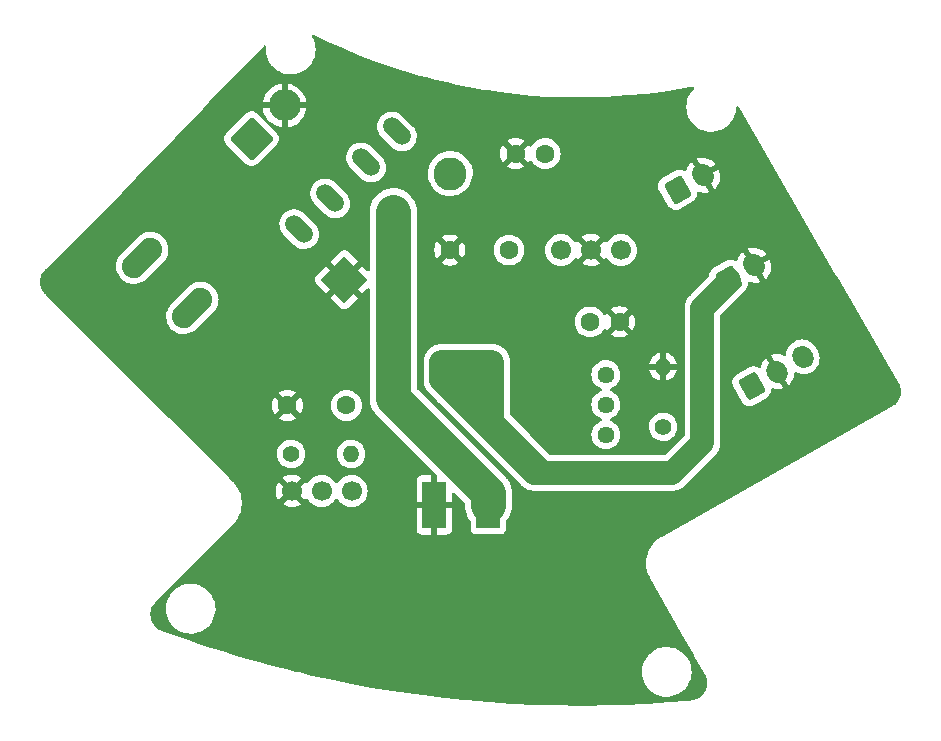
<source format=gbr>
%TF.GenerationSoftware,KiCad,Pcbnew,(6.0.11)*%
%TF.CreationDate,2023-09-02T14:35:36+09:00*%
%TF.ProjectId,psu_board,7073755f-626f-4617-9264-2e6b69636164,rev?*%
%TF.SameCoordinates,Original*%
%TF.FileFunction,Copper,L2,Bot*%
%TF.FilePolarity,Positive*%
%FSLAX46Y46*%
G04 Gerber Fmt 4.6, Leading zero omitted, Abs format (unit mm)*
G04 Created by KiCad (PCBNEW (6.0.11)) date 2023-09-02 14:35:36*
%MOMM*%
%LPD*%
G01*
G04 APERTURE LIST*
G04 Aperture macros list*
%AMRoundRect*
0 Rectangle with rounded corners*
0 $1 Rounding radius*
0 $2 $3 $4 $5 $6 $7 $8 $9 X,Y pos of 4 corners*
0 Add a 4 corners polygon primitive as box body*
4,1,4,$2,$3,$4,$5,$6,$7,$8,$9,$2,$3,0*
0 Add four circle primitives for the rounded corners*
1,1,$1+$1,$2,$3*
1,1,$1+$1,$4,$5*
1,1,$1+$1,$6,$7*
1,1,$1+$1,$8,$9*
0 Add four rect primitives between the rounded corners*
20,1,$1+$1,$2,$3,$4,$5,0*
20,1,$1+$1,$4,$5,$6,$7,0*
20,1,$1+$1,$6,$7,$8,$9,0*
20,1,$1+$1,$8,$9,$2,$3,0*%
%AMHorizOval*
0 Thick line with rounded ends*
0 $1 width*
0 $2 $3 position (X,Y) of the first rounded end (center of the circle)*
0 $4 $5 position (X,Y) of the second rounded end (center of the circle)*
0 Add line between two ends*
20,1,$1,$2,$3,$4,$5,0*
0 Add two circle primitives to create the rounded ends*
1,1,$1,$2,$3*
1,1,$1,$4,$5*%
%AMRotRect*
0 Rectangle, with rotation*
0 The origin of the aperture is its center*
0 $1 length*
0 $2 width*
0 $3 Rotation angle, in degrees counterclockwise*
0 Add horizontal line*
21,1,$1,$2,0,0,$3*%
G04 Aperture macros list end*
%TA.AperFunction,SMDPad,CuDef*%
%ADD10R,2.000000X4.000000*%
%TD*%
%TA.AperFunction,ComponentPad*%
%ADD11C,1.600000*%
%TD*%
%TA.AperFunction,ComponentPad*%
%ADD12C,1.700000*%
%TD*%
%TA.AperFunction,ComponentPad*%
%ADD13RoundRect,0.250000X-0.157115X-0.927868X0.882115X-0.327868X0.157115X0.927868X-0.882115X0.327868X0*%
%TD*%
%TA.AperFunction,ComponentPad*%
%ADD14HorizOval,1.700000X-0.062500X0.108253X0.062500X-0.108253X0*%
%TD*%
%TA.AperFunction,ComponentPad*%
%ADD15RoundRect,0.250000X-0.144615X-0.949519X0.894615X-0.349519X0.144615X0.949519X-0.894615X0.349519X0*%
%TD*%
%TA.AperFunction,ComponentPad*%
%ADD16HorizOval,1.700000X-0.075000X0.129904X0.075000X-0.129904X0*%
%TD*%
%TA.AperFunction,ComponentPad*%
%ADD17HorizOval,2.000000X0.707107X0.707107X-0.707107X-0.707107X0*%
%TD*%
%TA.AperFunction,ComponentPad*%
%ADD18RotRect,2.800000X2.800000X45.000000*%
%TD*%
%TA.AperFunction,ComponentPad*%
%ADD19HorizOval,2.800000X0.000000X0.000000X0.000000X0.000000X0*%
%TD*%
%TA.AperFunction,ComponentPad*%
%ADD20C,1.440000*%
%TD*%
%TA.AperFunction,ComponentPad*%
%ADD21C,1.400000*%
%TD*%
%TA.AperFunction,ComponentPad*%
%ADD22O,1.400000X1.400000*%
%TD*%
%TA.AperFunction,ComponentPad*%
%ADD23HorizOval,1.500000X-0.424264X0.424264X0.424264X-0.424264X0*%
%TD*%
%TA.AperFunction,ComponentPad*%
%ADD24RoundRect,0.250001X0.000000X-1.555634X1.555634X0.000000X0.000000X1.555634X-1.555634X0.000000X0*%
%TD*%
%TA.AperFunction,ComponentPad*%
%ADD25C,2.700000*%
%TD*%
%TA.AperFunction,ViaPad*%
%ADD26C,0.800000*%
%TD*%
%TA.AperFunction,Conductor*%
%ADD27C,2.000000*%
%TD*%
%TA.AperFunction,Conductor*%
%ADD28C,3.000000*%
%TD*%
G04 APERTURE END LIST*
D10*
%TO.P,MES1,1,-*%
%TO.N,GND*%
X61384000Y-114469000D03*
%TO.P,MES1,2,+*%
%TO.N,Net-(D1-Pad2)*%
X65956000Y-114469000D03*
%TD*%
D11*
%TO.P,C4,1*%
%TO.N,+5V*%
X67700000Y-92890000D03*
%TO.P,C4,2*%
%TO.N,GND*%
X62700000Y-92890000D03*
%TD*%
D12*
%TO.P,SW1,1*%
%TO.N,GND*%
X49300000Y-113290000D03*
%TO.P,SW1,2*%
%TO.N,Net-(R1-Pad2)*%
X54380000Y-113290000D03*
%TO.P,SW1,3*%
%TO.N,N/C*%
X51840000Y-113290000D03*
%TD*%
D11*
%TO.P,C3,1*%
%TO.N,+3.3V*%
X70770000Y-84720000D03*
%TO.P,C3,2*%
%TO.N,GND*%
X68270000Y-84720000D03*
%TD*%
D13*
%TO.P,J3,1,Pin_1*%
%TO.N,+5V*%
X88250437Y-104427337D03*
D14*
%TO.P,J3,2,Pin_2*%
%TO.N,GND*%
X90415501Y-103177337D03*
%TO.P,J3,3,Pin_3*%
%TO.N,+3.3V*%
X92580564Y-101927337D03*
%TD*%
D15*
%TO.P,J2,1,Pin_1*%
%TO.N,+12V*%
X86284969Y-95420337D03*
D16*
%TO.P,J2,2,Pin_2*%
%TO.N,GND*%
X88450033Y-94170337D03*
%TD*%
D17*
%TO.P,SW2,1*%
%TO.N,Net-(D1-Pad2)*%
X40894000Y-97790000D03*
%TO.P,SW2,2*%
%TO.N,+12V*%
X36651359Y-93547359D03*
%TD*%
D18*
%TO.P,D1,1,K*%
%TO.N,GND*%
X53749872Y-95400129D03*
D19*
%TO.P,D1,2,A*%
%TO.N,Net-(D1-Pad2)*%
X62730128Y-86419873D03*
%TD*%
D20*
%TO.P,RV1,1,1*%
%TO.N,Net-(R2-Pad1)*%
X75900000Y-103440000D03*
%TO.P,RV1,2,2*%
X75900000Y-105980000D03*
%TO.P,RV1,3,3*%
%TO.N,Net-(RV1-Pad3)*%
X75900000Y-108520000D03*
%TD*%
D21*
%TO.P,R1,1*%
%TO.N,+12V*%
X49250000Y-110150000D03*
D22*
%TO.P,R1,2*%
%TO.N,Net-(R1-Pad2)*%
X54330000Y-110150000D03*
%TD*%
D12*
%TO.P,U2,1,VIN*%
%TO.N,+5V*%
X72100000Y-92890000D03*
%TO.P,U2,2,VOUT*%
%TO.N,+3.3V*%
X77180000Y-92890000D03*
%TO.P,U2,3,GND*%
%TO.N,GND*%
X74640000Y-92890000D03*
%TD*%
D11*
%TO.P,C2,1*%
%TO.N,+5V*%
X74560000Y-98980000D03*
%TO.P,C2,2*%
%TO.N,GND*%
X77060000Y-98980000D03*
%TD*%
D23*
%TO.P,F1,1*%
%TO.N,Net-(BT1-Pad1)*%
X55600279Y-85469720D03*
X58216574Y-82853425D03*
%TO.P,F1,2*%
%TO.N,Net-(D1-Pad2)*%
X52559720Y-88510279D03*
X49943425Y-91126574D03*
%TD*%
D24*
%TO.P,BT1,1,+*%
%TO.N,Net-(BT1-Pad1)*%
X45901020Y-83451163D03*
D25*
%TO.P,BT1,2,-*%
%TO.N,GND*%
X48701163Y-80651020D03*
%TD*%
D11*
%TO.P,C1,1*%
%TO.N,+12V*%
X53935000Y-106045000D03*
%TO.P,C1,2*%
%TO.N,GND*%
X48935000Y-106045000D03*
%TD*%
D21*
%TO.P,R2,1*%
%TO.N,Net-(R2-Pad1)*%
X80740000Y-107850000D03*
D22*
%TO.P,R2,2*%
%TO.N,GND*%
X80740000Y-102770000D03*
%TD*%
D15*
%TO.P,J1,1,Pin_1*%
%TO.N,+12V*%
X81966969Y-87800337D03*
D16*
%TO.P,J1,2,Pin_2*%
%TO.N,GND*%
X84132033Y-86550337D03*
%TD*%
D26*
%TO.N,+12V*%
X62103000Y-103632000D03*
X63119000Y-103632000D03*
X64135000Y-102616000D03*
X66167000Y-102616000D03*
X62103000Y-102616000D03*
X63119000Y-102616000D03*
X65151000Y-102616000D03*
X64135000Y-103632000D03*
X65151000Y-103632000D03*
X66167000Y-103632000D03*
%TO.N,Net-(D1-Pad2)*%
X57912000Y-94742000D03*
X57912000Y-93726000D03*
X57912000Y-91694000D03*
X57912000Y-95758000D03*
X57912000Y-89662000D03*
X57912000Y-92710000D03*
X57912000Y-90678000D03*
%TD*%
D27*
%TO.N,+12V*%
X66294000Y-102362000D02*
X66040000Y-102362000D01*
X66040000Y-104648000D02*
X66040000Y-102616000D01*
X66040000Y-107188000D02*
X66040000Y-104648000D01*
X61976000Y-103886000D02*
X62738000Y-104648000D01*
X81534000Y-111760000D02*
X70612000Y-111760000D01*
X61976000Y-103886000D02*
X66040000Y-103886000D01*
X66802000Y-107950000D02*
X66294000Y-107442000D01*
X64008000Y-102362000D02*
X62992000Y-102362000D01*
X66294000Y-107442000D02*
X66294000Y-102362000D01*
X86284969Y-95420337D02*
X86284969Y-95579031D01*
X66040000Y-102362000D02*
X65024000Y-102362000D01*
X62738000Y-104648000D02*
X66040000Y-104648000D01*
X65024000Y-102362000D02*
X64008000Y-102362000D01*
X84074000Y-97790000D02*
X84074000Y-109220000D01*
X66802000Y-107950000D02*
X66040000Y-107188000D01*
X86284969Y-95579031D02*
X84074000Y-97790000D01*
X66040000Y-102616000D02*
X66294000Y-102362000D01*
X69850000Y-111760000D02*
X62738000Y-104648000D01*
X70612000Y-111760000D02*
X66802000Y-107950000D01*
X84074000Y-109220000D02*
X81534000Y-111760000D01*
X61976000Y-102362000D02*
X61976000Y-103886000D01*
X62992000Y-102362000D02*
X61976000Y-102362000D01*
X70612000Y-111760000D02*
X69850000Y-111760000D01*
D28*
%TO.N,Net-(D1-Pad2)*%
X57912000Y-94742000D02*
X57912000Y-93726000D01*
X57912000Y-95758000D02*
X57912000Y-94742000D01*
X57912000Y-105425000D02*
X57912000Y-95758000D01*
X57912000Y-91694000D02*
X57912000Y-90678000D01*
X57912000Y-92710000D02*
X57912000Y-91694000D01*
X65956000Y-113469000D02*
X57912000Y-105425000D01*
X57912000Y-90678000D02*
X57912000Y-89662000D01*
X57912000Y-93726000D02*
X57912000Y-92710000D01*
X65956000Y-114469000D02*
X65956000Y-113469000D01*
%TD*%
%TA.AperFunction,Conductor*%
%TO.N,GND*%
G36*
X51211148Y-74688339D02*
G01*
X52398055Y-75260217D01*
X52398817Y-75260559D01*
X52398826Y-75260563D01*
X53657248Y-75825041D01*
X53657275Y-75825053D01*
X53658056Y-75825403D01*
X53658842Y-75825730D01*
X53658865Y-75825740D01*
X54932251Y-76355601D01*
X54932270Y-76355609D01*
X54933040Y-76355929D01*
X54933809Y-76356224D01*
X54933840Y-76356237D01*
X56050322Y-76785389D01*
X56222051Y-76851398D01*
X56222839Y-76851676D01*
X56222846Y-76851679D01*
X57523294Y-77311146D01*
X57523314Y-77311153D01*
X57524127Y-77311440D01*
X57524976Y-77311714D01*
X58837483Y-77735450D01*
X58837517Y-77735460D01*
X58838293Y-77735711D01*
X58839064Y-77735937D01*
X58839097Y-77735947D01*
X60162782Y-78123664D01*
X60162797Y-78123668D01*
X60163568Y-78123894D01*
X60742937Y-78276527D01*
X61498163Y-78475488D01*
X61498178Y-78475492D01*
X61498961Y-78475698D01*
X62843473Y-78790861D01*
X62949919Y-78812761D01*
X64195213Y-79068965D01*
X64195233Y-79068969D01*
X64196099Y-79069147D01*
X64196977Y-79069303D01*
X64196994Y-79069306D01*
X65177882Y-79243304D01*
X65555828Y-79310347D01*
X65556690Y-79310476D01*
X65556704Y-79310478D01*
X65948062Y-79368913D01*
X66921642Y-79514282D01*
X66922472Y-79514383D01*
X66922488Y-79514385D01*
X68291674Y-79680695D01*
X68291683Y-79680696D01*
X68292523Y-79680798D01*
X68293388Y-79680879D01*
X68293396Y-79680880D01*
X69666564Y-79809691D01*
X69666597Y-79809694D01*
X69667443Y-79809773D01*
X69668312Y-79809831D01*
X69668317Y-79809831D01*
X71044513Y-79901051D01*
X71044523Y-79901052D01*
X71045375Y-79901108D01*
X72425290Y-79954736D01*
X72426135Y-79954746D01*
X72426146Y-79954746D01*
X73805283Y-79970607D01*
X73805284Y-79970607D01*
X73806154Y-79970617D01*
X73807036Y-79970603D01*
X73807045Y-79970603D01*
X75186062Y-79948753D01*
X75186072Y-79948753D01*
X75186937Y-79948739D01*
X76001660Y-79913531D01*
X76565778Y-79889153D01*
X76565794Y-79889152D01*
X76566606Y-79889117D01*
X77944128Y-79791798D01*
X79107544Y-79677564D01*
X79317580Y-79656941D01*
X79317589Y-79656940D01*
X79318475Y-79656853D01*
X79319377Y-79656739D01*
X79319390Y-79656738D01*
X79910897Y-79582281D01*
X80688619Y-79484383D01*
X80689419Y-79484260D01*
X82052692Y-79274648D01*
X82052719Y-79274643D01*
X82053535Y-79274518D01*
X82054376Y-79274365D01*
X82054406Y-79274360D01*
X82951083Y-79111279D01*
X83236778Y-79059319D01*
X83307377Y-79066808D01*
X83362721Y-79111279D01*
X83385236Y-79178611D01*
X83367775Y-79247427D01*
X83350720Y-79270018D01*
X83226550Y-79400866D01*
X83197349Y-79431637D01*
X83030223Y-79664218D01*
X82896208Y-79917328D01*
X82797784Y-80186285D01*
X82736772Y-80466111D01*
X82714831Y-80744893D01*
X82714301Y-80751628D01*
X82730788Y-81037553D01*
X82731613Y-81041758D01*
X82731614Y-81041766D01*
X82760365Y-81188310D01*
X82785926Y-81318595D01*
X82787313Y-81322645D01*
X82787314Y-81322650D01*
X82873403Y-81574094D01*
X82878696Y-81589553D01*
X82943039Y-81717484D01*
X82994074Y-81818956D01*
X83007381Y-81845415D01*
X83009807Y-81848944D01*
X83009810Y-81848950D01*
X83135363Y-82031630D01*
X83169600Y-82081445D01*
X83172487Y-82084618D01*
X83172488Y-82084619D01*
X83256844Y-82177325D01*
X83362350Y-82293275D01*
X83582066Y-82476986D01*
X83585692Y-82479261D01*
X83585694Y-82479262D01*
X83602640Y-82489892D01*
X83824682Y-82629178D01*
X83828584Y-82630940D01*
X83828588Y-82630942D01*
X84081796Y-82745270D01*
X84081800Y-82745272D01*
X84085708Y-82747036D01*
X84089827Y-82748256D01*
X84356200Y-82827160D01*
X84356205Y-82827161D01*
X84360313Y-82828378D01*
X84364547Y-82829026D01*
X84364552Y-82829027D01*
X84611808Y-82866862D01*
X84643418Y-82871699D01*
X84789183Y-82873989D01*
X84925492Y-82876131D01*
X84925498Y-82876131D01*
X84929783Y-82876198D01*
X84934035Y-82875683D01*
X84934043Y-82875683D01*
X85153815Y-82849086D01*
X85214108Y-82841790D01*
X85218256Y-82840702D01*
X85218260Y-82840701D01*
X85486982Y-82770203D01*
X85491133Y-82769114D01*
X85495094Y-82767474D01*
X85495098Y-82767472D01*
X85683264Y-82689531D01*
X85755732Y-82659514D01*
X85804628Y-82630942D01*
X85999311Y-82517178D01*
X85999312Y-82517178D01*
X86003009Y-82515017D01*
X86038167Y-82487450D01*
X86225015Y-82340942D01*
X86228387Y-82338298D01*
X86257321Y-82308441D01*
X86410927Y-82149931D01*
X86427696Y-82132627D01*
X86430229Y-82129179D01*
X86430233Y-82129174D01*
X86594711Y-81905264D01*
X86597249Y-81901809D01*
X86625949Y-81848950D01*
X86731857Y-81653892D01*
X86731858Y-81653890D01*
X86733907Y-81650116D01*
X86835142Y-81382205D01*
X86880299Y-81185039D01*
X86898124Y-81107213D01*
X86898125Y-81107208D01*
X86899081Y-81103033D01*
X86923100Y-80833903D01*
X86949078Y-80767830D01*
X87006654Y-80726291D01*
X87077548Y-80722474D01*
X87139252Y-80757591D01*
X87157720Y-80782104D01*
X89806517Y-85369956D01*
X95397220Y-95053337D01*
X95398040Y-95054758D01*
X95398483Y-95055593D01*
X95398876Y-95056593D01*
X95417752Y-95088903D01*
X95417947Y-95089239D01*
X95433756Y-95116621D01*
X95433764Y-95116634D01*
X95435222Y-95119159D01*
X95435882Y-95119999D01*
X95436402Y-95120825D01*
X100649772Y-104044355D01*
X100658254Y-104061847D01*
X100663549Y-104075327D01*
X100663552Y-104075332D01*
X100666833Y-104083685D01*
X100672326Y-104090780D01*
X100672329Y-104090786D01*
X100675912Y-104095414D01*
X100689365Y-104116980D01*
X100765544Y-104272023D01*
X100772350Y-104288835D01*
X100833147Y-104476934D01*
X100837469Y-104494551D01*
X100870628Y-104689434D01*
X100872375Y-104707488D01*
X100873451Y-104751472D01*
X100876383Y-104871355D01*
X100877208Y-104905105D01*
X100876345Y-104923221D01*
X100862331Y-105039811D01*
X100852753Y-105119487D01*
X100849299Y-105137290D01*
X100797766Y-105328149D01*
X100791790Y-105345271D01*
X100718452Y-105515028D01*
X100713394Y-105526736D01*
X100705021Y-105542825D01*
X100675393Y-105590947D01*
X100601380Y-105711158D01*
X100590783Y-105725880D01*
X100479704Y-105858843D01*
X100464043Y-105877589D01*
X100451445Y-105890633D01*
X100342004Y-105988721D01*
X100304236Y-106022571D01*
X100289895Y-106033672D01*
X100151871Y-106125421D01*
X100136805Y-106133138D01*
X100136821Y-106133166D01*
X100128950Y-106137491D01*
X100120553Y-106140653D01*
X100113380Y-106146045D01*
X100113381Y-106146045D01*
X100095614Y-106159402D01*
X100081916Y-106168369D01*
X80621032Y-117172405D01*
X80601976Y-117181174D01*
X80588146Y-117186190D01*
X80588140Y-117186193D01*
X80583565Y-117187852D01*
X80572737Y-117193801D01*
X80568881Y-117196774D01*
X80565981Y-117198673D01*
X80562904Y-117200850D01*
X80319161Y-117358817D01*
X80086986Y-117552739D01*
X80084375Y-117555519D01*
X79882486Y-117770457D01*
X79882482Y-117770462D01*
X79879880Y-117773232D01*
X79700861Y-118017082D01*
X79552541Y-118280732D01*
X79437082Y-118560339D01*
X79356169Y-118851824D01*
X79355600Y-118855594D01*
X79355599Y-118855596D01*
X79322012Y-119077922D01*
X79310981Y-119150937D01*
X79302177Y-119453315D01*
X79329885Y-119754551D01*
X79393702Y-120050249D01*
X79492696Y-120336100D01*
X79494366Y-120339520D01*
X79612262Y-120580975D01*
X79616834Y-120591756D01*
X79617309Y-120592804D01*
X79618972Y-120597390D01*
X79624922Y-120608218D01*
X79627891Y-120612068D01*
X79627894Y-120612073D01*
X79641608Y-120629857D01*
X79651508Y-120644779D01*
X82299820Y-125328378D01*
X83365564Y-127213169D01*
X83366390Y-127214754D01*
X83367059Y-127216483D01*
X83369447Y-127220619D01*
X83369451Y-127220627D01*
X83385145Y-127247810D01*
X83385704Y-127248788D01*
X83402016Y-127277635D01*
X83403147Y-127279102D01*
X83404102Y-127280644D01*
X84249165Y-128744337D01*
X84257558Y-128761875D01*
X84262782Y-128775379D01*
X84262786Y-128775387D01*
X84266023Y-128783753D01*
X84274372Y-128794654D01*
X84274537Y-128794869D01*
X84288149Y-128817066D01*
X84368969Y-128985842D01*
X84375972Y-129003917D01*
X84436907Y-129206194D01*
X84441052Y-129225123D01*
X84470239Y-129434350D01*
X84471432Y-129453697D01*
X84468182Y-129664914D01*
X84466394Y-129684211D01*
X84465068Y-129691967D01*
X84430783Y-129892443D01*
X84426055Y-129911242D01*
X84358928Y-130111539D01*
X84351373Y-130129389D01*
X84256782Y-130312257D01*
X84254317Y-130317022D01*
X84244116Y-130333499D01*
X84181769Y-130418764D01*
X84119426Y-130504025D01*
X84106815Y-130518746D01*
X83957447Y-130668127D01*
X83942728Y-130680739D01*
X83772210Y-130805446D01*
X83755729Y-130815651D01*
X83568112Y-130912720D01*
X83550262Y-130920277D01*
X83349964Y-130987424D01*
X83331168Y-130992153D01*
X83153671Y-131022523D01*
X83135374Y-131023507D01*
X83135387Y-131023693D01*
X83127576Y-131024223D01*
X83126495Y-131023984D01*
X83124610Y-131024085D01*
X83123565Y-131024020D01*
X83123564Y-131024020D01*
X83119051Y-131023740D01*
X83119046Y-131023741D01*
X83119043Y-131023741D01*
X83112723Y-131025171D01*
X83112722Y-131025171D01*
X83091350Y-131030006D01*
X83074012Y-131032677D01*
X82743453Y-131060226D01*
X81222594Y-131186975D01*
X81220311Y-131187144D01*
X79435512Y-131302487D01*
X79328077Y-131309430D01*
X79325734Y-131309559D01*
X77431614Y-131396603D01*
X77429320Y-131396687D01*
X76624601Y-131418669D01*
X75533850Y-131448465D01*
X75531505Y-131448507D01*
X74711764Y-131455636D01*
X73635438Y-131464997D01*
X73633179Y-131464996D01*
X71737045Y-131446193D01*
X71734770Y-131446150D01*
X70000378Y-131396656D01*
X69839358Y-131392061D01*
X69837014Y-131391972D01*
X68090126Y-131309559D01*
X67943015Y-131302619D01*
X67940685Y-131302487D01*
X66048596Y-131177895D01*
X66046317Y-131177723D01*
X64156870Y-131017936D01*
X64154537Y-131017716D01*
X63891315Y-130990513D01*
X62268474Y-130822798D01*
X62266243Y-130822547D01*
X60384014Y-130592547D01*
X60381721Y-130592245D01*
X58504132Y-130327257D01*
X58501831Y-130326909D01*
X56629594Y-130027037D01*
X56627316Y-130026651D01*
X56121639Y-129935974D01*
X54760891Y-129691967D01*
X54758586Y-129691531D01*
X53210726Y-129384134D01*
X52898790Y-129322185D01*
X52896541Y-129321717D01*
X51043835Y-128917796D01*
X51041636Y-128917295D01*
X49930224Y-128653228D01*
X49641478Y-128584623D01*
X78948474Y-128584623D01*
X78964961Y-128870548D01*
X78965786Y-128874753D01*
X78965787Y-128874761D01*
X78985197Y-128973691D01*
X79020099Y-129151590D01*
X79021486Y-129155640D01*
X79021487Y-129155645D01*
X79099717Y-129384134D01*
X79112869Y-129422548D01*
X79241554Y-129678410D01*
X79243980Y-129681939D01*
X79243983Y-129681945D01*
X79282687Y-129738259D01*
X79403773Y-129914440D01*
X79596523Y-130126270D01*
X79816239Y-130309981D01*
X79819865Y-130312256D01*
X79819867Y-130312257D01*
X79843781Y-130327258D01*
X80058855Y-130462173D01*
X80062757Y-130463935D01*
X80062761Y-130463937D01*
X80315969Y-130578265D01*
X80315973Y-130578267D01*
X80319881Y-130580031D01*
X80324000Y-130581251D01*
X80590373Y-130660155D01*
X80590378Y-130660156D01*
X80594486Y-130661373D01*
X80598720Y-130662021D01*
X80598725Y-130662022D01*
X80845981Y-130699857D01*
X80877591Y-130704694D01*
X81023356Y-130706984D01*
X81159665Y-130709126D01*
X81159671Y-130709126D01*
X81163956Y-130709193D01*
X81168208Y-130708678D01*
X81168216Y-130708678D01*
X81407377Y-130679735D01*
X81448281Y-130674785D01*
X81452429Y-130673697D01*
X81452433Y-130673696D01*
X81721155Y-130603198D01*
X81725306Y-130602109D01*
X81729267Y-130600469D01*
X81729271Y-130600467D01*
X81943156Y-130511873D01*
X81989905Y-130492509D01*
X82038801Y-130463937D01*
X82233484Y-130350173D01*
X82233485Y-130350173D01*
X82237182Y-130348012D01*
X82462560Y-130171293D01*
X82509258Y-130123105D01*
X82658886Y-129968700D01*
X82661869Y-129965622D01*
X82664402Y-129962174D01*
X82664406Y-129962169D01*
X82828884Y-129738259D01*
X82831422Y-129734804D01*
X82860122Y-129681945D01*
X82966030Y-129486887D01*
X82966031Y-129486885D01*
X82968080Y-129483111D01*
X83069315Y-129215200D01*
X83106263Y-129053877D01*
X83132297Y-128940208D01*
X83132298Y-128940203D01*
X83133254Y-128936028D01*
X83158713Y-128650762D01*
X83159175Y-128606670D01*
X83157213Y-128577888D01*
X83139987Y-128325210D01*
X83139986Y-128325204D01*
X83139695Y-128320933D01*
X83081617Y-128040484D01*
X82986015Y-127770512D01*
X82854658Y-127516012D01*
X82850826Y-127510559D01*
X82692440Y-127285199D01*
X82692435Y-127285193D01*
X82689976Y-127281694D01*
X82495018Y-127071894D01*
X82491702Y-127069180D01*
X82491699Y-127069177D01*
X82276708Y-126893209D01*
X82273390Y-126890493D01*
X82102215Y-126785597D01*
X82032856Y-126743094D01*
X82032855Y-126743094D01*
X82029194Y-126740850D01*
X82011186Y-126732945D01*
X81770877Y-126627456D01*
X81770873Y-126627455D01*
X81766949Y-126625732D01*
X81491506Y-126547270D01*
X81281648Y-126517403D01*
X81212215Y-126507521D01*
X81212213Y-126507521D01*
X81207963Y-126506916D01*
X81056100Y-126506121D01*
X80925853Y-126505439D01*
X80925847Y-126505439D01*
X80921567Y-126505417D01*
X80917323Y-126505976D01*
X80917319Y-126505976D01*
X80792798Y-126522369D01*
X80637618Y-126542799D01*
X80633478Y-126543932D01*
X80633476Y-126543932D01*
X80616976Y-126548446D01*
X80361369Y-126618372D01*
X80357421Y-126620056D01*
X80101884Y-126729052D01*
X80101880Y-126729054D01*
X80097932Y-126730738D01*
X79852182Y-126877816D01*
X79628667Y-127056885D01*
X79487576Y-127205563D01*
X79447486Y-127247810D01*
X79431522Y-127264632D01*
X79264396Y-127497213D01*
X79130381Y-127750323D01*
X79031957Y-128019280D01*
X78970945Y-128299106D01*
X78949004Y-128577888D01*
X78948474Y-128584623D01*
X49641478Y-128584623D01*
X49196855Y-128478982D01*
X49194578Y-128478419D01*
X47394802Y-128015249D01*
X47358218Y-128005834D01*
X47355964Y-128005231D01*
X46871746Y-127870961D01*
X45528789Y-127498569D01*
X45526636Y-127497951D01*
X44104804Y-127075037D01*
X43709099Y-126957337D01*
X43706857Y-126956647D01*
X41899812Y-126382337D01*
X41897584Y-126381606D01*
X40101558Y-125773768D01*
X40099343Y-125772996D01*
X38358115Y-125147349D01*
X38339353Y-125138816D01*
X38326142Y-125131448D01*
X38326139Y-125131447D01*
X38321337Y-125128769D01*
X38321329Y-125128767D01*
X38321327Y-125128766D01*
X38314405Y-125127188D01*
X38314404Y-125127187D01*
X38307675Y-125125652D01*
X38283027Y-125117272D01*
X38113019Y-125039050D01*
X38096084Y-125029617D01*
X37999857Y-124965850D01*
X37919986Y-124912922D01*
X37904702Y-124901005D01*
X37821208Y-124824886D01*
X37748586Y-124758679D01*
X37735315Y-124744563D01*
X37636929Y-124622293D01*
X37602878Y-124579975D01*
X37591923Y-124563983D01*
X37486294Y-124381016D01*
X37477932Y-124363552D01*
X37401620Y-124166557D01*
X37396030Y-124147999D01*
X37394384Y-124140480D01*
X37350841Y-123941641D01*
X37348163Y-123922443D01*
X37335161Y-123711589D01*
X37335460Y-123692206D01*
X37354955Y-123481859D01*
X37358223Y-123462753D01*
X37409751Y-123257885D01*
X37415911Y-123239505D01*
X37416457Y-123238216D01*
X38642069Y-123238216D01*
X38658556Y-123524141D01*
X38659381Y-123528346D01*
X38659382Y-123528354D01*
X38678792Y-123627284D01*
X38713694Y-123805183D01*
X38715081Y-123809233D01*
X38715082Y-123809238D01*
X38793312Y-124037727D01*
X38806464Y-124076141D01*
X38935149Y-124332003D01*
X38937575Y-124335532D01*
X38937578Y-124335538D01*
X39094937Y-124564496D01*
X39097368Y-124568033D01*
X39100255Y-124571206D01*
X39100256Y-124571207D01*
X39108234Y-124579975D01*
X39290118Y-124779863D01*
X39509834Y-124963574D01*
X39752450Y-125115766D01*
X39756352Y-125117528D01*
X39756356Y-125117530D01*
X40009564Y-125231858D01*
X40009568Y-125231860D01*
X40013476Y-125233624D01*
X40017595Y-125234844D01*
X40283968Y-125313748D01*
X40283973Y-125313749D01*
X40288081Y-125314966D01*
X40292315Y-125315614D01*
X40292320Y-125315615D01*
X40539576Y-125353450D01*
X40571186Y-125358287D01*
X40716951Y-125360577D01*
X40853260Y-125362719D01*
X40853266Y-125362719D01*
X40857551Y-125362786D01*
X40861803Y-125362271D01*
X40861811Y-125362271D01*
X41081583Y-125335674D01*
X41141876Y-125328378D01*
X41146024Y-125327290D01*
X41146028Y-125327289D01*
X41414750Y-125256791D01*
X41418901Y-125255702D01*
X41422862Y-125254062D01*
X41422866Y-125254060D01*
X41565732Y-125194883D01*
X41683500Y-125146102D01*
X41695969Y-125138816D01*
X41927079Y-125003766D01*
X41927080Y-125003766D01*
X41930777Y-125001605D01*
X42156155Y-124824886D01*
X42202853Y-124776698D01*
X42352481Y-124622293D01*
X42355464Y-124619215D01*
X42357997Y-124615767D01*
X42358001Y-124615762D01*
X42522479Y-124391852D01*
X42525017Y-124388397D01*
X42527063Y-124384629D01*
X42659625Y-124140480D01*
X42659626Y-124140478D01*
X42661675Y-124136704D01*
X42762910Y-123868793D01*
X42826849Y-123589621D01*
X42852308Y-123304355D01*
X42852770Y-123260263D01*
X42837482Y-123036008D01*
X42833582Y-122978803D01*
X42833581Y-122978797D01*
X42833290Y-122974526D01*
X42775212Y-122694077D01*
X42679610Y-122424105D01*
X42548253Y-122169605D01*
X42544421Y-122164152D01*
X42386035Y-121938792D01*
X42386030Y-121938786D01*
X42383571Y-121935287D01*
X42188613Y-121725487D01*
X42185297Y-121722773D01*
X42185294Y-121722770D01*
X41970303Y-121546802D01*
X41966985Y-121544086D01*
X41722789Y-121394443D01*
X41704781Y-121386538D01*
X41464472Y-121281049D01*
X41464468Y-121281048D01*
X41460544Y-121279325D01*
X41185101Y-121200863D01*
X40975243Y-121170996D01*
X40905810Y-121161114D01*
X40905808Y-121161114D01*
X40901558Y-121160509D01*
X40749695Y-121159714D01*
X40619448Y-121159032D01*
X40619442Y-121159032D01*
X40615162Y-121159010D01*
X40610918Y-121159569D01*
X40610914Y-121159569D01*
X40486393Y-121175962D01*
X40331213Y-121196392D01*
X40327073Y-121197525D01*
X40327071Y-121197525D01*
X40310571Y-121202039D01*
X40054964Y-121271965D01*
X40051016Y-121273649D01*
X39795479Y-121382645D01*
X39795475Y-121382647D01*
X39791527Y-121384331D01*
X39545777Y-121531409D01*
X39322262Y-121710478D01*
X39125117Y-121918225D01*
X38957991Y-122150806D01*
X38823976Y-122403916D01*
X38725552Y-122672873D01*
X38664540Y-122952699D01*
X38642599Y-123231481D01*
X38642069Y-123238216D01*
X37416457Y-123238216D01*
X37498258Y-123044958D01*
X37507165Y-123027741D01*
X37618373Y-122848135D01*
X37629812Y-122832492D01*
X37690589Y-122761553D01*
X37746873Y-122695859D01*
X37759294Y-122684365D01*
X37759199Y-122684268D01*
X37765622Y-122678000D01*
X37772872Y-122672704D01*
X37791890Y-122647964D01*
X37802691Y-122635660D01*
X43924681Y-116513669D01*
X59876001Y-116513669D01*
X59876371Y-116520490D01*
X59881895Y-116571352D01*
X59885521Y-116586604D01*
X59930676Y-116707054D01*
X59939214Y-116722649D01*
X60015715Y-116824724D01*
X60028276Y-116837285D01*
X60130351Y-116913786D01*
X60145946Y-116922324D01*
X60266394Y-116967478D01*
X60281649Y-116971105D01*
X60332514Y-116976631D01*
X60339328Y-116977000D01*
X61111885Y-116977000D01*
X61127124Y-116972525D01*
X61128329Y-116971135D01*
X61130000Y-116963452D01*
X61130000Y-116958884D01*
X61638000Y-116958884D01*
X61642475Y-116974123D01*
X61643865Y-116975328D01*
X61651548Y-116976999D01*
X62428669Y-116976999D01*
X62435490Y-116976629D01*
X62486352Y-116971105D01*
X62501604Y-116967479D01*
X62622054Y-116922324D01*
X62637649Y-116913786D01*
X62739724Y-116837285D01*
X62752285Y-116824724D01*
X62828786Y-116722649D01*
X62837324Y-116707054D01*
X62882478Y-116586606D01*
X62886105Y-116571351D01*
X62891631Y-116520486D01*
X62892000Y-116513672D01*
X62892000Y-114741115D01*
X62887525Y-114725876D01*
X62886135Y-114724671D01*
X62878452Y-114723000D01*
X61656115Y-114723000D01*
X61640876Y-114727475D01*
X61639671Y-114728865D01*
X61638000Y-114736548D01*
X61638000Y-116958884D01*
X61130000Y-116958884D01*
X61130000Y-114741115D01*
X61125525Y-114725876D01*
X61124135Y-114724671D01*
X61116452Y-114723000D01*
X59894116Y-114723000D01*
X59878877Y-114727475D01*
X59877672Y-114728865D01*
X59876001Y-114736548D01*
X59876001Y-116513669D01*
X43924681Y-116513669D01*
X44314710Y-116123640D01*
X44330727Y-116110092D01*
X44342718Y-116101555D01*
X44342725Y-116101549D01*
X44346686Y-116098729D01*
X44355528Y-116090101D01*
X44358446Y-116086208D01*
X44360641Y-116083707D01*
X44363187Y-116080585D01*
X44553189Y-115866118D01*
X44553192Y-115866114D01*
X44555717Y-115863264D01*
X44727560Y-115614308D01*
X44868141Y-115346453D01*
X44975410Y-115063606D01*
X45047805Y-114769892D01*
X45050027Y-114751593D01*
X45083809Y-114473376D01*
X45083809Y-114473370D01*
X45084268Y-114469593D01*
X45084268Y-114414853D01*
X48539977Y-114414853D01*
X48545258Y-114421907D01*
X48706756Y-114516279D01*
X48716042Y-114520729D01*
X48915001Y-114596703D01*
X48924899Y-114599579D01*
X49133595Y-114642038D01*
X49143823Y-114643257D01*
X49356650Y-114651062D01*
X49366936Y-114650595D01*
X49578185Y-114623534D01*
X49588262Y-114621392D01*
X49792255Y-114560191D01*
X49801842Y-114556433D01*
X49993098Y-114462738D01*
X50001944Y-114457465D01*
X50049247Y-114423723D01*
X50057648Y-114413023D01*
X50050660Y-114399870D01*
X49312812Y-113662022D01*
X49298868Y-113654408D01*
X49297035Y-113654539D01*
X49290420Y-113658790D01*
X48546737Y-114402473D01*
X48539977Y-114414853D01*
X45084268Y-114414853D01*
X45084268Y-114167088D01*
X45083578Y-114161401D01*
X45048264Y-113870569D01*
X45047805Y-113866789D01*
X44975411Y-113573075D01*
X44868141Y-113290228D01*
X44853254Y-113261863D01*
X47938050Y-113261863D01*
X47950309Y-113474477D01*
X47951745Y-113484697D01*
X47998565Y-113692446D01*
X48001645Y-113702275D01*
X48081770Y-113899603D01*
X48086413Y-113908794D01*
X48166460Y-114039420D01*
X48176916Y-114048880D01*
X48185694Y-114045096D01*
X48927978Y-113302812D01*
X48934356Y-113291132D01*
X49664408Y-113291132D01*
X49664539Y-113292965D01*
X49668790Y-113299580D01*
X50410474Y-114041264D01*
X50422484Y-114047823D01*
X50434223Y-114038855D01*
X50465004Y-113996019D01*
X50466997Y-113992702D01*
X50519226Y-113944612D01*
X50589163Y-113932392D01*
X50654604Y-113959924D01*
X50678215Y-113985324D01*
X50801505Y-114161401D01*
X50968599Y-114328495D01*
X50973107Y-114331652D01*
X50973110Y-114331654D01*
X51106869Y-114425313D01*
X51162170Y-114464035D01*
X51167152Y-114466358D01*
X51167157Y-114466361D01*
X51371355Y-114561580D01*
X51376337Y-114563903D01*
X51381645Y-114565325D01*
X51381647Y-114565326D01*
X51599277Y-114623639D01*
X51604592Y-114625063D01*
X51840000Y-114645659D01*
X52075408Y-114625063D01*
X52080723Y-114623639D01*
X52298353Y-114565326D01*
X52298355Y-114565325D01*
X52303663Y-114563903D01*
X52308645Y-114561580D01*
X52512843Y-114466361D01*
X52512848Y-114466358D01*
X52517830Y-114464035D01*
X52573131Y-114425313D01*
X52706890Y-114331654D01*
X52706893Y-114331652D01*
X52711401Y-114328495D01*
X52878495Y-114161401D01*
X53006787Y-113978180D01*
X53062244Y-113933851D01*
X53132863Y-113926542D01*
X53196224Y-113958572D01*
X53213212Y-113978179D01*
X53341505Y-114161401D01*
X53508599Y-114328495D01*
X53513107Y-114331652D01*
X53513110Y-114331654D01*
X53646869Y-114425313D01*
X53702170Y-114464035D01*
X53707152Y-114466358D01*
X53707157Y-114466361D01*
X53911355Y-114561580D01*
X53916337Y-114563903D01*
X53921645Y-114565325D01*
X53921647Y-114565326D01*
X54139277Y-114623639D01*
X54144592Y-114625063D01*
X54380000Y-114645659D01*
X54615408Y-114625063D01*
X54620723Y-114623639D01*
X54838353Y-114565326D01*
X54838355Y-114565325D01*
X54843663Y-114563903D01*
X54848645Y-114561580D01*
X55052843Y-114466361D01*
X55052848Y-114466358D01*
X55057830Y-114464035D01*
X55113131Y-114425313D01*
X55246890Y-114331654D01*
X55246893Y-114331652D01*
X55251401Y-114328495D01*
X55383011Y-114196885D01*
X59876000Y-114196885D01*
X59880475Y-114212124D01*
X59881865Y-114213329D01*
X59889548Y-114215000D01*
X61111885Y-114215000D01*
X61127124Y-114210525D01*
X61128329Y-114209135D01*
X61130000Y-114201452D01*
X61130000Y-111979116D01*
X61125525Y-111963877D01*
X61124135Y-111962672D01*
X61116452Y-111961001D01*
X60339331Y-111961001D01*
X60332510Y-111961371D01*
X60281648Y-111966895D01*
X60266396Y-111970521D01*
X60145946Y-112015676D01*
X60130351Y-112024214D01*
X60028276Y-112100715D01*
X60015715Y-112113276D01*
X59939214Y-112215351D01*
X59930676Y-112230946D01*
X59885522Y-112351394D01*
X59881895Y-112366649D01*
X59876369Y-112417514D01*
X59876000Y-112424328D01*
X59876000Y-114196885D01*
X55383011Y-114196885D01*
X55418495Y-114161401D01*
X55554035Y-113967829D01*
X55564862Y-113944612D01*
X55651580Y-113758645D01*
X55651581Y-113758643D01*
X55653903Y-113753663D01*
X55711603Y-113538323D01*
X55713639Y-113530723D01*
X55713639Y-113530722D01*
X55715063Y-113525408D01*
X55735659Y-113290000D01*
X55715063Y-113054592D01*
X55712800Y-113046146D01*
X55655326Y-112831647D01*
X55655325Y-112831645D01*
X55653903Y-112826337D01*
X55611344Y-112735070D01*
X55556358Y-112617152D01*
X55556356Y-112617149D01*
X55554035Y-112612171D01*
X55418495Y-112418599D01*
X55251401Y-112251505D01*
X55246893Y-112248348D01*
X55246890Y-112248346D01*
X55062339Y-112119122D01*
X55062336Y-112119120D01*
X55057830Y-112115965D01*
X55052848Y-112113642D01*
X55052843Y-112113639D01*
X54848645Y-112018420D01*
X54848644Y-112018419D01*
X54843663Y-112016097D01*
X54838355Y-112014675D01*
X54838353Y-112014674D01*
X54620723Y-111956361D01*
X54620722Y-111956361D01*
X54615408Y-111954937D01*
X54380000Y-111934341D01*
X54144592Y-111954937D01*
X54139278Y-111956361D01*
X54139277Y-111956361D01*
X53921647Y-112014674D01*
X53921645Y-112014675D01*
X53916337Y-112016097D01*
X53911357Y-112018419D01*
X53911355Y-112018420D01*
X53707152Y-112113642D01*
X53707149Y-112113644D01*
X53702171Y-112115965D01*
X53508599Y-112251505D01*
X53341505Y-112418599D01*
X53239400Y-112564421D01*
X53213213Y-112601820D01*
X53157756Y-112646149D01*
X53087137Y-112653458D01*
X53023776Y-112621428D01*
X53006787Y-112601820D01*
X52980600Y-112564421D01*
X52878495Y-112418599D01*
X52711401Y-112251505D01*
X52706893Y-112248348D01*
X52706890Y-112248346D01*
X52522339Y-112119122D01*
X52522336Y-112119120D01*
X52517830Y-112115965D01*
X52512848Y-112113642D01*
X52512843Y-112113639D01*
X52308645Y-112018420D01*
X52308644Y-112018419D01*
X52303663Y-112016097D01*
X52298355Y-112014675D01*
X52298353Y-112014674D01*
X52080723Y-111956361D01*
X52080722Y-111956361D01*
X52075408Y-111954937D01*
X51840000Y-111934341D01*
X51604592Y-111954937D01*
X51599278Y-111956361D01*
X51599277Y-111956361D01*
X51381647Y-112014674D01*
X51381645Y-112014675D01*
X51376337Y-112016097D01*
X51371357Y-112018419D01*
X51371355Y-112018420D01*
X51167152Y-112113642D01*
X51167149Y-112113644D01*
X51162171Y-112115965D01*
X50968599Y-112251505D01*
X50801505Y-112418599D01*
X50699400Y-112564421D01*
X50676121Y-112597667D01*
X50620664Y-112641995D01*
X50550045Y-112649304D01*
X50486684Y-112617273D01*
X50467116Y-112593835D01*
X50433064Y-112541199D01*
X50422377Y-112531995D01*
X50412812Y-112536398D01*
X49672022Y-113277188D01*
X49664408Y-113291132D01*
X48934356Y-113291132D01*
X48935592Y-113288868D01*
X48935461Y-113287035D01*
X48931210Y-113280420D01*
X48189849Y-112539059D01*
X48178313Y-112532759D01*
X48166031Y-112542382D01*
X48118089Y-112612662D01*
X48113004Y-112621613D01*
X48023338Y-112814783D01*
X48019775Y-112824470D01*
X47962864Y-113029681D01*
X47960933Y-113039800D01*
X47938302Y-113251574D01*
X47938050Y-113261863D01*
X44853254Y-113261863D01*
X44727560Y-113022373D01*
X44725400Y-113019244D01*
X44725396Y-113019237D01*
X44627964Y-112878083D01*
X44555718Y-112773417D01*
X44542435Y-112758423D01*
X44375005Y-112569435D01*
X44367712Y-112560264D01*
X44366977Y-112559384D01*
X44364157Y-112555423D01*
X44360767Y-112551949D01*
X44360762Y-112551943D01*
X44358931Y-112550067D01*
X44358928Y-112550065D01*
X44355528Y-112546580D01*
X44333655Y-112530187D01*
X44320125Y-112518456D01*
X43968096Y-112166427D01*
X48541223Y-112166427D01*
X48547968Y-112178758D01*
X49287188Y-112917978D01*
X49301132Y-112925592D01*
X49302965Y-112925461D01*
X49309580Y-112921210D01*
X50053389Y-112177401D01*
X50060410Y-112164544D01*
X50053611Y-112155213D01*
X50049554Y-112152518D01*
X49863117Y-112049599D01*
X49853705Y-112045369D01*
X49652959Y-111974280D01*
X49642989Y-111971646D01*
X49433327Y-111934301D01*
X49423073Y-111933331D01*
X49210116Y-111930728D01*
X49199832Y-111931448D01*
X48989321Y-111963661D01*
X48979293Y-111966050D01*
X48776868Y-112032212D01*
X48767359Y-112036209D01*
X48578466Y-112134540D01*
X48569734Y-112140039D01*
X48549677Y-112155099D01*
X48541223Y-112166427D01*
X43968096Y-112166427D01*
X41920109Y-110118440D01*
X48044770Y-110118440D01*
X48059200Y-110338604D01*
X48060621Y-110344200D01*
X48060622Y-110344205D01*
X48112090Y-110546857D01*
X48113511Y-110552452D01*
X48115928Y-110557694D01*
X48115928Y-110557695D01*
X48154046Y-110640379D01*
X48205883Y-110752821D01*
X48333222Y-110933002D01*
X48491264Y-111086961D01*
X48496060Y-111090166D01*
X48496063Y-111090168D01*
X48580261Y-111146427D01*
X48674717Y-111209540D01*
X48680020Y-111211818D01*
X48680023Y-111211820D01*
X48872129Y-111294355D01*
X48877436Y-111296635D01*
X48957088Y-111314658D01*
X49086995Y-111344054D01*
X49087001Y-111344055D01*
X49092632Y-111345329D01*
X49098403Y-111345556D01*
X49098405Y-111345556D01*
X49166211Y-111348220D01*
X49313098Y-111353991D01*
X49422275Y-111338161D01*
X49525738Y-111323160D01*
X49525743Y-111323159D01*
X49531452Y-111322331D01*
X49536916Y-111320476D01*
X49536921Y-111320475D01*
X49734907Y-111253268D01*
X49734912Y-111253266D01*
X49740379Y-111251410D01*
X49932884Y-111143602D01*
X50102518Y-111002518D01*
X50243602Y-110832884D01*
X50351410Y-110640379D01*
X50353266Y-110634912D01*
X50353268Y-110634907D01*
X50420475Y-110436921D01*
X50420476Y-110436916D01*
X50422331Y-110431452D01*
X50423159Y-110425743D01*
X50423160Y-110425738D01*
X50446249Y-110266492D01*
X50453991Y-110213098D01*
X50455643Y-110150000D01*
X50452743Y-110118440D01*
X53124770Y-110118440D01*
X53139200Y-110338604D01*
X53140621Y-110344200D01*
X53140622Y-110344205D01*
X53192090Y-110546857D01*
X53193511Y-110552452D01*
X53195928Y-110557694D01*
X53195928Y-110557695D01*
X53234046Y-110640379D01*
X53285883Y-110752821D01*
X53413222Y-110933002D01*
X53571264Y-111086961D01*
X53576060Y-111090166D01*
X53576063Y-111090168D01*
X53660261Y-111146427D01*
X53754717Y-111209540D01*
X53760020Y-111211818D01*
X53760023Y-111211820D01*
X53952129Y-111294355D01*
X53957436Y-111296635D01*
X54037088Y-111314658D01*
X54166995Y-111344054D01*
X54167001Y-111344055D01*
X54172632Y-111345329D01*
X54178403Y-111345556D01*
X54178405Y-111345556D01*
X54246211Y-111348220D01*
X54393098Y-111353991D01*
X54502275Y-111338161D01*
X54605738Y-111323160D01*
X54605743Y-111323159D01*
X54611452Y-111322331D01*
X54616916Y-111320476D01*
X54616921Y-111320475D01*
X54814907Y-111253268D01*
X54814912Y-111253266D01*
X54820379Y-111251410D01*
X55012884Y-111143602D01*
X55182518Y-111002518D01*
X55323602Y-110832884D01*
X55431410Y-110640379D01*
X55433266Y-110634912D01*
X55433268Y-110634907D01*
X55500475Y-110436921D01*
X55500476Y-110436916D01*
X55502331Y-110431452D01*
X55503159Y-110425743D01*
X55503160Y-110425738D01*
X55526249Y-110266492D01*
X55533991Y-110213098D01*
X55535643Y-110150000D01*
X55515454Y-109930289D01*
X55503861Y-109889181D01*
X55463108Y-109744683D01*
X55455565Y-109717936D01*
X55357980Y-109520053D01*
X55344596Y-109502129D01*
X55229420Y-109347891D01*
X55229420Y-109347890D01*
X55225967Y-109343267D01*
X55063949Y-109193499D01*
X54877350Y-109075764D01*
X54738766Y-109020475D01*
X54677785Y-108996146D01*
X54672421Y-108994006D01*
X54666761Y-108992880D01*
X54666757Y-108992879D01*
X54461691Y-108952089D01*
X54461688Y-108952089D01*
X54456024Y-108950962D01*
X54450249Y-108950886D01*
X54450245Y-108950886D01*
X54339504Y-108949437D01*
X54235406Y-108948074D01*
X54229709Y-108949053D01*
X54229708Y-108949053D01*
X54023654Y-108984459D01*
X54023653Y-108984459D01*
X54017957Y-108985438D01*
X53810957Y-109061804D01*
X53621341Y-109174614D01*
X53455457Y-109320090D01*
X53318863Y-109493360D01*
X53216131Y-109688620D01*
X53179062Y-109808001D01*
X53156723Y-109879947D01*
X53150703Y-109899333D01*
X53124770Y-110118440D01*
X50452743Y-110118440D01*
X50435454Y-109930289D01*
X50423861Y-109889181D01*
X50383108Y-109744683D01*
X50375565Y-109717936D01*
X50277980Y-109520053D01*
X50264596Y-109502129D01*
X50149420Y-109347891D01*
X50149420Y-109347890D01*
X50145967Y-109343267D01*
X49983949Y-109193499D01*
X49797350Y-109075764D01*
X49658766Y-109020475D01*
X49597785Y-108996146D01*
X49592421Y-108994006D01*
X49586761Y-108992880D01*
X49586757Y-108992879D01*
X49381691Y-108952089D01*
X49381688Y-108952089D01*
X49376024Y-108950962D01*
X49370249Y-108950886D01*
X49370245Y-108950886D01*
X49259504Y-108949437D01*
X49155406Y-108948074D01*
X49149709Y-108949053D01*
X49149708Y-108949053D01*
X48943654Y-108984459D01*
X48943653Y-108984459D01*
X48937957Y-108985438D01*
X48730957Y-109061804D01*
X48541341Y-109174614D01*
X48375457Y-109320090D01*
X48238863Y-109493360D01*
X48136131Y-109688620D01*
X48099062Y-109808001D01*
X48076723Y-109879947D01*
X48070703Y-109899333D01*
X48044770Y-110118440D01*
X41920109Y-110118440D01*
X38932731Y-107131062D01*
X48213493Y-107131062D01*
X48222789Y-107143077D01*
X48273994Y-107178931D01*
X48283489Y-107184414D01*
X48480947Y-107276490D01*
X48491239Y-107280236D01*
X48701688Y-107336625D01*
X48712481Y-107338528D01*
X48929525Y-107357517D01*
X48940475Y-107357517D01*
X49157519Y-107338528D01*
X49168312Y-107336625D01*
X49378761Y-107280236D01*
X49389053Y-107276490D01*
X49586511Y-107184414D01*
X49596006Y-107178931D01*
X49648048Y-107142491D01*
X49656424Y-107132012D01*
X49649356Y-107118566D01*
X48947812Y-106417022D01*
X48933868Y-106409408D01*
X48932035Y-106409539D01*
X48925420Y-106413790D01*
X48219923Y-107119287D01*
X48213493Y-107131062D01*
X38932731Y-107131062D01*
X37852144Y-106050475D01*
X47622483Y-106050475D01*
X47641472Y-106267519D01*
X47643375Y-106278312D01*
X47699764Y-106488761D01*
X47703510Y-106499053D01*
X47795586Y-106696511D01*
X47801069Y-106706006D01*
X47837509Y-106758048D01*
X47847988Y-106766424D01*
X47861434Y-106759356D01*
X48562978Y-106057812D01*
X48569356Y-106046132D01*
X49299408Y-106046132D01*
X49299539Y-106047965D01*
X49303790Y-106054580D01*
X50009287Y-106760077D01*
X50021062Y-106766507D01*
X50033077Y-106757211D01*
X50068931Y-106706006D01*
X50074414Y-106696511D01*
X50166490Y-106499053D01*
X50170236Y-106488761D01*
X50226625Y-106278312D01*
X50228528Y-106267519D01*
X50247517Y-106050475D01*
X50247517Y-106045000D01*
X52629532Y-106045000D01*
X52649365Y-106271692D01*
X52708261Y-106491496D01*
X52710583Y-106496476D01*
X52710584Y-106496478D01*
X52798242Y-106684459D01*
X52804432Y-106697734D01*
X52934953Y-106884139D01*
X53095861Y-107045047D01*
X53282266Y-107175568D01*
X53287244Y-107177889D01*
X53287247Y-107177891D01*
X53388774Y-107225234D01*
X53488504Y-107271739D01*
X53493812Y-107273161D01*
X53493814Y-107273162D01*
X53702993Y-107329211D01*
X53702995Y-107329211D01*
X53708308Y-107330635D01*
X53935000Y-107350468D01*
X54161692Y-107330635D01*
X54167005Y-107329211D01*
X54167007Y-107329211D01*
X54376186Y-107273162D01*
X54376188Y-107273161D01*
X54381496Y-107271739D01*
X54481226Y-107225234D01*
X54582753Y-107177891D01*
X54582756Y-107177889D01*
X54587734Y-107175568D01*
X54774139Y-107045047D01*
X54935047Y-106884139D01*
X55065568Y-106697734D01*
X55071759Y-106684459D01*
X55159416Y-106496478D01*
X55159417Y-106496476D01*
X55161739Y-106491496D01*
X55220635Y-106271692D01*
X55240468Y-106045000D01*
X55220635Y-105818308D01*
X55218861Y-105811688D01*
X55163162Y-105603814D01*
X55163161Y-105603812D01*
X55161739Y-105598504D01*
X55146713Y-105566280D01*
X55067891Y-105397247D01*
X55067889Y-105397244D01*
X55065568Y-105392266D01*
X54935047Y-105205861D01*
X54774139Y-105044953D01*
X54587734Y-104914432D01*
X54582756Y-104912111D01*
X54582753Y-104912109D01*
X54386478Y-104820584D01*
X54386476Y-104820583D01*
X54381496Y-104818261D01*
X54376188Y-104816839D01*
X54376186Y-104816838D01*
X54167007Y-104760789D01*
X54167005Y-104760789D01*
X54161692Y-104759365D01*
X53935000Y-104739532D01*
X53708308Y-104759365D01*
X53702995Y-104760789D01*
X53702993Y-104760789D01*
X53493814Y-104816838D01*
X53493812Y-104816839D01*
X53488504Y-104818261D01*
X53483524Y-104820583D01*
X53483522Y-104820584D01*
X53287247Y-104912109D01*
X53287244Y-104912111D01*
X53282266Y-104914432D01*
X53095861Y-105044953D01*
X52934953Y-105205861D01*
X52804432Y-105392266D01*
X52802111Y-105397244D01*
X52802109Y-105397247D01*
X52723287Y-105566280D01*
X52708261Y-105598504D01*
X52706839Y-105603812D01*
X52706838Y-105603814D01*
X52651139Y-105811688D01*
X52649365Y-105818308D01*
X52629532Y-106045000D01*
X50247517Y-106045000D01*
X50247517Y-106039525D01*
X50228528Y-105822481D01*
X50226625Y-105811688D01*
X50170236Y-105601239D01*
X50166490Y-105590947D01*
X50074414Y-105393489D01*
X50068931Y-105383994D01*
X50032491Y-105331952D01*
X50022012Y-105323576D01*
X50008566Y-105330644D01*
X49307022Y-106032188D01*
X49299408Y-106046132D01*
X48569356Y-106046132D01*
X48570592Y-106043868D01*
X48570461Y-106042035D01*
X48566210Y-106035420D01*
X47860713Y-105329923D01*
X47848938Y-105323493D01*
X47836923Y-105332789D01*
X47801069Y-105383994D01*
X47795586Y-105393489D01*
X47703510Y-105590947D01*
X47699764Y-105601239D01*
X47643375Y-105811688D01*
X47641472Y-105822481D01*
X47622483Y-106039525D01*
X47622483Y-106050475D01*
X37852144Y-106050475D01*
X36759657Y-104957988D01*
X48213576Y-104957988D01*
X48220644Y-104971434D01*
X48922188Y-105672978D01*
X48936132Y-105680592D01*
X48937965Y-105680461D01*
X48944580Y-105676210D01*
X49650077Y-104970713D01*
X49656507Y-104958938D01*
X49647211Y-104946923D01*
X49596006Y-104911069D01*
X49586511Y-104905586D01*
X49389053Y-104813510D01*
X49378761Y-104809764D01*
X49168312Y-104753375D01*
X49157519Y-104751472D01*
X48940475Y-104732483D01*
X48929525Y-104732483D01*
X48712481Y-104751472D01*
X48701688Y-104753375D01*
X48491239Y-104809764D01*
X48480947Y-104813510D01*
X48283489Y-104905586D01*
X48273994Y-104911069D01*
X48221952Y-104947509D01*
X48213576Y-104957988D01*
X36759657Y-104957988D01*
X30351323Y-98549654D01*
X38682167Y-98549654D01*
X38710955Y-98794708D01*
X38779379Y-99031771D01*
X38781603Y-99036434D01*
X38781605Y-99036439D01*
X38883376Y-99249806D01*
X38883379Y-99249811D01*
X38885604Y-99254476D01*
X39026775Y-99456840D01*
X39199102Y-99633430D01*
X39397958Y-99779504D01*
X39617999Y-99891138D01*
X39853320Y-99965334D01*
X39956699Y-99980047D01*
X40092482Y-99999372D01*
X40092485Y-99999372D01*
X40097599Y-100000100D01*
X40102761Y-99999983D01*
X40102764Y-99999983D01*
X40243399Y-99996791D01*
X40344275Y-99994502D01*
X40349347Y-99993544D01*
X40349353Y-99993543D01*
X40534592Y-99958541D01*
X40586726Y-99948690D01*
X40818438Y-99863896D01*
X40822934Y-99861352D01*
X40822939Y-99861350D01*
X41028685Y-99744944D01*
X41028687Y-99744943D01*
X41033190Y-99742395D01*
X41190838Y-99615190D01*
X42706353Y-98099674D01*
X42825347Y-97959361D01*
X42865071Y-97892988D01*
X42949402Y-97752082D01*
X42949405Y-97752075D01*
X42952058Y-97747643D01*
X42973234Y-97693886D01*
X43000336Y-97625082D01*
X43042489Y-97518071D01*
X43074361Y-97369402D01*
X43093127Y-97281867D01*
X43093128Y-97281861D01*
X43094210Y-97276813D01*
X43094527Y-97270104D01*
X43105590Y-97035506D01*
X43105590Y-97035502D01*
X43105833Y-97030346D01*
X43105231Y-97025219D01*
X43094048Y-96930025D01*
X52585516Y-96930025D01*
X52585647Y-96931858D01*
X52589898Y-96938473D01*
X53422246Y-97770821D01*
X53427330Y-97775383D01*
X53467203Y-97807443D01*
X53480553Y-97815665D01*
X53597658Y-97868909D01*
X53614713Y-97873896D01*
X53740983Y-97891979D01*
X53758761Y-97891979D01*
X53885031Y-97873896D01*
X53902086Y-97868909D01*
X54019189Y-97815666D01*
X54032542Y-97807443D01*
X54072423Y-97775377D01*
X54077487Y-97770833D01*
X54906618Y-96941701D01*
X54914229Y-96927763D01*
X54914097Y-96925927D01*
X54909848Y-96919315D01*
X53762684Y-95772151D01*
X53748740Y-95764537D01*
X53746907Y-95764668D01*
X53740292Y-95768919D01*
X52593130Y-96916081D01*
X52585516Y-96930025D01*
X43094048Y-96930025D01*
X43077650Y-96790429D01*
X43077649Y-96790424D01*
X43077046Y-96785291D01*
X43058744Y-96721881D01*
X43030634Y-96624493D01*
X43008621Y-96548229D01*
X42902397Y-96325524D01*
X42790763Y-96165500D01*
X42764188Y-96127405D01*
X42764184Y-96127400D01*
X42761226Y-96123160D01*
X42588898Y-95946570D01*
X42390043Y-95800496D01*
X42319423Y-95764668D01*
X42220195Y-95714327D01*
X42170001Y-95688862D01*
X42003635Y-95636407D01*
X41939620Y-95616223D01*
X41939617Y-95616222D01*
X41934681Y-95614666D01*
X41770757Y-95591336D01*
X41695518Y-95580628D01*
X41695515Y-95580628D01*
X41690401Y-95579900D01*
X41685239Y-95580017D01*
X41685236Y-95580017D01*
X41544601Y-95583209D01*
X41443725Y-95585498D01*
X41438653Y-95586456D01*
X41438647Y-95586457D01*
X41245079Y-95623032D01*
X41201274Y-95631309D01*
X41196431Y-95633081D01*
X41196425Y-95633083D01*
X41037602Y-95691205D01*
X40969563Y-95716104D01*
X40965067Y-95718648D01*
X40965062Y-95718650D01*
X40759315Y-95835056D01*
X40754810Y-95837605D01*
X40750783Y-95840854D01*
X40750782Y-95840855D01*
X40599776Y-95962701D01*
X40599770Y-95962707D01*
X40597163Y-95964810D01*
X39081647Y-97480326D01*
X38962654Y-97620638D01*
X38835942Y-97832357D01*
X38834049Y-97837164D01*
X38834047Y-97837167D01*
X38788470Y-97952873D01*
X38745512Y-98061929D01*
X38744431Y-98066971D01*
X38744429Y-98066978D01*
X38694873Y-98298133D01*
X38693790Y-98303187D01*
X38693547Y-98308348D01*
X38693546Y-98308353D01*
X38690030Y-98382911D01*
X38682167Y-98549654D01*
X30351323Y-98549654D01*
X28472309Y-96670640D01*
X28459663Y-96655873D01*
X28451122Y-96644182D01*
X28445824Y-96636930D01*
X28433978Y-96627824D01*
X28415546Y-96610442D01*
X28369127Y-96556871D01*
X28303637Y-96481290D01*
X28292872Y-96466911D01*
X28186940Y-96302077D01*
X28178331Y-96286311D01*
X28096939Y-96108086D01*
X28090657Y-96091243D01*
X28035458Y-95903254D01*
X28031637Y-95885687D01*
X28012412Y-95751978D01*
X28003755Y-95691765D01*
X28002472Y-95673833D01*
X28002473Y-95477910D01*
X28003755Y-95459980D01*
X28031638Y-95266045D01*
X28035460Y-95248478D01*
X28090657Y-95060495D01*
X28096935Y-95043661D01*
X28178334Y-94865423D01*
X28186943Y-94849658D01*
X28292869Y-94684835D01*
X28303642Y-94670444D01*
X28410954Y-94546599D01*
X28423425Y-94535123D01*
X28423413Y-94535110D01*
X28429839Y-94528839D01*
X28437088Y-94523543D01*
X28456103Y-94498807D01*
X28466903Y-94486503D01*
X28646393Y-94307013D01*
X34439526Y-94307013D01*
X34468314Y-94552067D01*
X34536738Y-94789130D01*
X34538962Y-94793793D01*
X34538964Y-94793798D01*
X34640735Y-95007165D01*
X34640738Y-95007170D01*
X34642963Y-95011835D01*
X34784134Y-95214199D01*
X34956461Y-95390789D01*
X35155317Y-95536863D01*
X35159929Y-95539203D01*
X35159931Y-95539204D01*
X35241582Y-95580628D01*
X35375358Y-95648497D01*
X35610679Y-95722693D01*
X35732819Y-95740076D01*
X35849841Y-95756731D01*
X35849844Y-95756731D01*
X35854958Y-95757459D01*
X35860120Y-95757342D01*
X35860123Y-95757342D01*
X36000758Y-95754150D01*
X36101634Y-95751861D01*
X36106706Y-95750903D01*
X36106712Y-95750902D01*
X36300275Y-95714327D01*
X36344085Y-95706049D01*
X36575797Y-95621255D01*
X36580293Y-95618711D01*
X36580298Y-95618709D01*
X36786044Y-95502303D01*
X36786046Y-95502302D01*
X36790549Y-95499754D01*
X36903000Y-95409018D01*
X51258022Y-95409018D01*
X51276105Y-95535288D01*
X51281092Y-95552343D01*
X51334335Y-95669446D01*
X51342558Y-95682799D01*
X51374624Y-95722680D01*
X51379168Y-95727744D01*
X52208300Y-96556875D01*
X52222238Y-96564486D01*
X52224074Y-96564354D01*
X52230686Y-96560105D01*
X53377850Y-95412941D01*
X53384228Y-95401261D01*
X54114280Y-95401261D01*
X54114411Y-95403094D01*
X54118662Y-95409709D01*
X55265824Y-96556871D01*
X55279768Y-96564485D01*
X55281601Y-96564354D01*
X55288216Y-96560103D01*
X55696405Y-96151914D01*
X55758717Y-96117888D01*
X55829532Y-96122953D01*
X55886368Y-96165500D01*
X55911179Y-96232020D01*
X55911500Y-96241009D01*
X55911500Y-105395625D01*
X55911465Y-105398594D01*
X55908616Y-105519477D01*
X55913527Y-105560970D01*
X55919378Y-105610403D01*
X55919935Y-105616308D01*
X55926399Y-105707593D01*
X55935106Y-105748033D01*
X55937052Y-105759723D01*
X55941915Y-105800814D01*
X55943055Y-105805114D01*
X55943057Y-105805124D01*
X55965374Y-105889291D01*
X55966760Y-105895064D01*
X55986025Y-105984547D01*
X55987565Y-105988721D01*
X56000342Y-106023355D01*
X56003922Y-106034673D01*
X56013232Y-106069785D01*
X56014522Y-106074652D01*
X56050218Y-106158950D01*
X56052395Y-106164450D01*
X56084080Y-106250337D01*
X56095603Y-106271692D01*
X56103721Y-106286737D01*
X56108860Y-106297439D01*
X56124988Y-106335527D01*
X56172107Y-106413790D01*
X56172199Y-106413943D01*
X56175138Y-106419096D01*
X56218607Y-106499660D01*
X56221259Y-106503251D01*
X56221260Y-106503252D01*
X56243187Y-106532939D01*
X56249779Y-106542805D01*
X56271111Y-106578236D01*
X56321711Y-106640389D01*
X56328892Y-106649210D01*
X56332530Y-106653900D01*
X56355825Y-106685438D01*
X56386922Y-106727540D01*
X56390043Y-106730711D01*
X56390047Y-106730715D01*
X56415942Y-106757019D01*
X56420189Y-106761762D01*
X56420260Y-106761698D01*
X56422417Y-106764087D01*
X56424452Y-106766587D01*
X56482375Y-106824510D01*
X56483072Y-106825212D01*
X56578045Y-106921688D01*
X56585666Y-106929430D01*
X56589205Y-106932131D01*
X56592549Y-106935079D01*
X56592375Y-106935277D01*
X56598504Y-106940639D01*
X60215561Y-110557695D01*
X61601095Y-111943229D01*
X61635121Y-112005541D01*
X61638000Y-112032324D01*
X61638000Y-114196885D01*
X61642475Y-114212124D01*
X61643865Y-114213329D01*
X61651548Y-114215000D01*
X62873884Y-114215000D01*
X62889123Y-114210525D01*
X62890328Y-114209135D01*
X62891999Y-114201452D01*
X62891999Y-113538323D01*
X62912001Y-113470202D01*
X62965657Y-113423709D01*
X63035931Y-113413605D01*
X63100511Y-113443099D01*
X63107094Y-113449228D01*
X63918595Y-114260729D01*
X63952621Y-114323041D01*
X63955500Y-114349824D01*
X63955500Y-114541170D01*
X63970399Y-114751593D01*
X63971337Y-114755948D01*
X63971337Y-114755951D01*
X64029089Y-115024200D01*
X64030025Y-115028547D01*
X64128080Y-115294337D01*
X64262607Y-115543660D01*
X64430852Y-115771445D01*
X64455235Y-115838123D01*
X64455501Y-115846304D01*
X64455501Y-116516376D01*
X64462149Y-116577580D01*
X64512474Y-116711824D01*
X64517854Y-116719003D01*
X64517856Y-116719006D01*
X64593072Y-116819365D01*
X64598454Y-116826546D01*
X64605635Y-116831928D01*
X64705994Y-116907144D01*
X64705997Y-116907146D01*
X64713176Y-116912526D01*
X64802561Y-116946034D01*
X64840025Y-116960079D01*
X64840027Y-116960079D01*
X64847420Y-116962851D01*
X64855270Y-116963704D01*
X64855271Y-116963704D01*
X64890020Y-116967479D01*
X64908623Y-116969500D01*
X65955846Y-116969500D01*
X67003376Y-116969499D01*
X67006770Y-116969130D01*
X67006776Y-116969130D01*
X67056722Y-116963705D01*
X67056726Y-116963704D01*
X67064580Y-116962851D01*
X67198824Y-116912526D01*
X67206003Y-116907146D01*
X67206006Y-116907144D01*
X67306365Y-116831928D01*
X67313546Y-116826546D01*
X67318928Y-116819365D01*
X67394144Y-116719006D01*
X67394146Y-116719003D01*
X67399526Y-116711824D01*
X67433034Y-116622439D01*
X67447079Y-116584975D01*
X67447079Y-116584973D01*
X67449851Y-116577580D01*
X67456500Y-116516377D01*
X67456500Y-115840818D01*
X67476502Y-115772697D01*
X67483550Y-115762812D01*
X67612045Y-115599816D01*
X67614801Y-115596320D01*
X67678837Y-115486073D01*
X67754859Y-115355193D01*
X67754862Y-115355187D01*
X67757093Y-115351346D01*
X67863448Y-115088768D01*
X67869699Y-115063606D01*
X67930672Y-114818144D01*
X67930673Y-114818139D01*
X67931745Y-114813823D01*
X67956500Y-114572210D01*
X67956500Y-113498376D01*
X67956535Y-113495407D01*
X67958225Y-113423709D01*
X67959384Y-113374523D01*
X67948621Y-113283591D01*
X67948064Y-113277686D01*
X67946857Y-113260640D01*
X67941601Y-113186407D01*
X67932894Y-113145967D01*
X67930947Y-113134270D01*
X67928188Y-113110951D01*
X67926085Y-113093186D01*
X67924945Y-113088886D01*
X67924943Y-113088876D01*
X67902626Y-113004709D01*
X67901240Y-112998936D01*
X67882911Y-112913800D01*
X67882911Y-112913798D01*
X67881975Y-112909453D01*
X67871182Y-112880197D01*
X67867658Y-112870645D01*
X67864078Y-112859327D01*
X67854618Y-112823647D01*
X67854617Y-112823645D01*
X67853478Y-112819348D01*
X67817782Y-112735050D01*
X67815605Y-112729550D01*
X67812696Y-112721664D01*
X67783920Y-112643663D01*
X67764278Y-112607260D01*
X67759140Y-112596561D01*
X67744748Y-112562572D01*
X67744746Y-112562568D01*
X67743012Y-112558473D01*
X67695797Y-112480050D01*
X67692859Y-112474898D01*
X67651515Y-112398272D01*
X67651512Y-112398267D01*
X67649393Y-112394340D01*
X67624813Y-112361061D01*
X67618219Y-112351193D01*
X67596889Y-112315764D01*
X67539108Y-112244790D01*
X67535470Y-112240100D01*
X67483726Y-112170045D01*
X67481078Y-112166460D01*
X67477957Y-112163289D01*
X67477953Y-112163285D01*
X67452058Y-112136981D01*
X67447811Y-112132238D01*
X67447740Y-112132302D01*
X67445583Y-112129913D01*
X67443548Y-112127413D01*
X67385625Y-112069490D01*
X67384928Y-112068788D01*
X67285459Y-111967744D01*
X67285456Y-111967741D01*
X67282334Y-111964570D01*
X67278795Y-111961869D01*
X67275451Y-111958921D01*
X67275625Y-111958723D01*
X67269496Y-111953361D01*
X59949405Y-104633271D01*
X59915379Y-104570959D01*
X59912500Y-104544176D01*
X59912500Y-103796706D01*
X60473007Y-103796706D01*
X60473124Y-103801868D01*
X60473124Y-103801871D01*
X60475162Y-103891669D01*
X60475185Y-103896067D01*
X60474025Y-103991028D01*
X60476776Y-104009003D01*
X60478193Y-104025198D01*
X60478605Y-104043382D01*
X60479566Y-104048465D01*
X60479566Y-104048470D01*
X60485684Y-104080847D01*
X60487451Y-104093916D01*
X60488405Y-104105513D01*
X60490575Y-104131911D01*
X60491834Y-104136923D01*
X60501943Y-104177169D01*
X60504289Y-104188805D01*
X60511347Y-104234930D01*
X60512953Y-104239844D01*
X60512954Y-104239848D01*
X60516998Y-104252223D01*
X60521041Y-104267965D01*
X60524417Y-104285833D01*
X60526193Y-104290686D01*
X60526194Y-104290690D01*
X60537518Y-104321633D01*
X60541395Y-104334236D01*
X60550684Y-104371217D01*
X60569290Y-104414007D01*
X60573505Y-104425103D01*
X60588003Y-104469460D01*
X60590393Y-104474051D01*
X60596401Y-104485593D01*
X60602962Y-104500470D01*
X60603164Y-104501021D01*
X60609211Y-104517545D01*
X60611763Y-104522055D01*
X60627983Y-104550724D01*
X60633869Y-104562528D01*
X60649072Y-104597493D01*
X60674416Y-104636669D01*
X60680386Y-104646926D01*
X60701935Y-104688321D01*
X60705046Y-104692464D01*
X60712849Y-104702857D01*
X60721756Y-104716467D01*
X60728167Y-104727800D01*
X60728171Y-104727806D01*
X60730712Y-104732297D01*
X60733957Y-104736319D01*
X60733962Y-104736326D01*
X60754659Y-104761977D01*
X60762386Y-104772651D01*
X60783095Y-104804661D01*
X60804990Y-104828724D01*
X60814496Y-104839171D01*
X60822060Y-104848315D01*
X60846977Y-104881501D01*
X60846985Y-104881511D01*
X60850083Y-104885636D01*
X60898209Y-104931626D01*
X60904345Y-104937914D01*
X60945673Y-104983334D01*
X60945682Y-104983343D01*
X60949154Y-104987158D01*
X60953211Y-104990362D01*
X60971791Y-105005036D01*
X60982793Y-105014821D01*
X61595150Y-105627177D01*
X61606815Y-105640620D01*
X61612083Y-105647636D01*
X61615825Y-105651212D01*
X61615826Y-105651213D01*
X61690494Y-105722567D01*
X61692538Y-105724566D01*
X68707147Y-112739174D01*
X68718812Y-112752616D01*
X68719254Y-112753204D01*
X68724083Y-112759636D01*
X68727825Y-112763212D01*
X68727826Y-112763213D01*
X68802516Y-112834588D01*
X68804560Y-112836587D01*
X68833219Y-112865246D01*
X68835187Y-112866915D01*
X68842621Y-112873220D01*
X68848174Y-112878220D01*
X68885407Y-112913800D01*
X68902468Y-112930104D01*
X68906734Y-112933014D01*
X68906735Y-112933015D01*
X68933964Y-112951590D01*
X68944452Y-112959580D01*
X68973531Y-112984240D01*
X68977971Y-112986897D01*
X68977972Y-112986898D01*
X69037969Y-113022806D01*
X69044267Y-113026834D01*
X69102017Y-113066228D01*
X69102023Y-113066231D01*
X69106300Y-113069149D01*
X69110994Y-113071328D01*
X69110996Y-113071329D01*
X69124809Y-113077740D01*
X69140878Y-113085199D01*
X69152533Y-113091370D01*
X69180816Y-113108298D01*
X69180823Y-113108301D01*
X69185250Y-113110951D01*
X69254167Y-113138098D01*
X69255122Y-113138474D01*
X69261994Y-113141419D01*
X69330104Y-113173035D01*
X69335089Y-113174417D01*
X69335093Y-113174419D01*
X69366843Y-113183224D01*
X69379338Y-113187404D01*
X69414822Y-113201381D01*
X69419883Y-113202466D01*
X69488229Y-113217119D01*
X69495487Y-113218901D01*
X69537184Y-113230464D01*
X69567871Y-113238974D01*
X69605780Y-113243025D01*
X69618802Y-113245112D01*
X69651018Y-113252019D01*
X69651033Y-113252021D01*
X69656080Y-113253103D01*
X69731094Y-113256640D01*
X69738548Y-113257214D01*
X69769292Y-113260500D01*
X69809968Y-113260500D01*
X69815902Y-113260640D01*
X69902547Y-113264726D01*
X69931191Y-113261361D01*
X69945892Y-113260500D01*
X70571968Y-113260500D01*
X70577903Y-113260640D01*
X70659387Y-113264483D01*
X70659391Y-113264483D01*
X70664547Y-113264726D01*
X70669671Y-113264124D01*
X70669674Y-113264124D01*
X70693201Y-113261360D01*
X70707901Y-113260500D01*
X81418268Y-113260500D01*
X81436021Y-113261757D01*
X81439588Y-113262265D01*
X81439593Y-113262265D01*
X81444706Y-113262993D01*
X81449868Y-113262876D01*
X81449871Y-113262876D01*
X81553150Y-113260532D01*
X81556009Y-113260500D01*
X81596554Y-113260500D01*
X81599109Y-113260290D01*
X81599133Y-113260289D01*
X81608839Y-113259491D01*
X81616298Y-113259099D01*
X81691382Y-113257395D01*
X81696454Y-113256437D01*
X81696460Y-113256436D01*
X81728847Y-113250316D01*
X81741916Y-113248549D01*
X81774759Y-113245849D01*
X81774764Y-113245848D01*
X81779911Y-113245425D01*
X81813273Y-113237045D01*
X81852746Y-113227131D01*
X81860045Y-113225526D01*
X81928753Y-113212543D01*
X81928754Y-113212543D01*
X81933833Y-113211583D01*
X81938684Y-113209808D01*
X81938687Y-113209807D01*
X81958747Y-113202466D01*
X81969637Y-113198481D01*
X81982236Y-113194605D01*
X81993657Y-113191736D01*
X82014206Y-113186575D01*
X82014210Y-113186574D01*
X82019217Y-113185316D01*
X82054267Y-113170076D01*
X82088087Y-113155371D01*
X82095027Y-113152595D01*
X82113092Y-113145984D01*
X82165545Y-113126789D01*
X82198723Y-113108017D01*
X82210528Y-113102131D01*
X82220921Y-113097612D01*
X82245493Y-113086928D01*
X82249828Y-113084124D01*
X82249831Y-113084122D01*
X82273841Y-113068589D01*
X82308545Y-113046138D01*
X82314927Y-113042273D01*
X82375795Y-113007836D01*
X82375803Y-113007831D01*
X82380297Y-113005288D01*
X82384319Y-113002043D01*
X82384326Y-113002038D01*
X82409977Y-112981341D01*
X82420651Y-112973614D01*
X82452661Y-112952905D01*
X82508203Y-112902365D01*
X82513871Y-112897508D01*
X82535326Y-112880197D01*
X82535334Y-112880190D01*
X82537945Y-112878083D01*
X82566703Y-112849325D01*
X82570999Y-112845226D01*
X82591758Y-112826337D01*
X82635158Y-112786846D01*
X82638357Y-112782795D01*
X82638361Y-112782791D01*
X82653037Y-112764207D01*
X82662824Y-112753204D01*
X85053178Y-110362850D01*
X85066620Y-110351185D01*
X85069493Y-110349028D01*
X85069496Y-110349026D01*
X85073636Y-110345917D01*
X85080625Y-110338604D01*
X85148567Y-110267506D01*
X85150566Y-110265462D01*
X85179246Y-110236782D01*
X85187227Y-110227372D01*
X85192224Y-110221822D01*
X85240532Y-110171270D01*
X85244104Y-110167532D01*
X85265590Y-110136035D01*
X85273577Y-110125550D01*
X85294897Y-110100410D01*
X85294898Y-110100409D01*
X85298239Y-110096469D01*
X85336809Y-110032024D01*
X85340837Y-110025727D01*
X85380230Y-109967979D01*
X85383149Y-109963700D01*
X85399199Y-109929124D01*
X85405370Y-109917468D01*
X85412790Y-109905070D01*
X85424951Y-109884751D01*
X85452477Y-109814872D01*
X85455422Y-109808001D01*
X85484857Y-109744588D01*
X85487035Y-109739896D01*
X85491132Y-109725125D01*
X85497223Y-109703160D01*
X85501403Y-109690665D01*
X85515381Y-109655179D01*
X85531123Y-109581751D01*
X85532904Y-109574502D01*
X85551592Y-109507114D01*
X85551593Y-109507109D01*
X85552974Y-109502129D01*
X85553522Y-109497000D01*
X85553525Y-109496985D01*
X85557028Y-109464208D01*
X85559113Y-109451189D01*
X85566018Y-109418980D01*
X85566019Y-109418971D01*
X85567102Y-109413920D01*
X85570639Y-109338918D01*
X85571213Y-109331462D01*
X85572836Y-109316278D01*
X85574500Y-109300708D01*
X85574500Y-109260027D01*
X85574640Y-109254091D01*
X85577313Y-109197418D01*
X85578726Y-109167454D01*
X85575361Y-109138810D01*
X85574500Y-109124109D01*
X85574500Y-104165324D01*
X86615588Y-104165324D01*
X86617066Y-104172492D01*
X86617066Y-104172493D01*
X86647816Y-104321633D01*
X86650927Y-104336724D01*
X86693437Y-104431533D01*
X87468303Y-105773641D01*
X87530033Y-105858843D01*
X87661003Y-105974920D01*
X87667456Y-105978387D01*
X87667457Y-105978388D01*
X87678920Y-105984547D01*
X87815163Y-106057753D01*
X87822234Y-106059641D01*
X87977173Y-106101012D01*
X87977176Y-106101012D01*
X87984245Y-106102900D01*
X87991558Y-106103111D01*
X87991560Y-106103111D01*
X88067893Y-106105310D01*
X88159177Y-106107939D01*
X88330577Y-106072600D01*
X88398746Y-106042035D01*
X88422444Y-106031410D01*
X88422451Y-106031406D01*
X88425387Y-106030090D01*
X89550987Y-105380224D01*
X89561787Y-105372400D01*
X89630610Y-105322537D01*
X89630611Y-105322536D01*
X89636190Y-105318494D01*
X89752266Y-105187524D01*
X89835100Y-105033364D01*
X89858181Y-104946923D01*
X89878359Y-104871355D01*
X89878359Y-104871352D01*
X89880247Y-104864283D01*
X89880844Y-104843568D01*
X89885222Y-104691583D01*
X89907178Y-104624066D01*
X89962150Y-104579138D01*
X90032686Y-104571062D01*
X90046639Y-104574306D01*
X90201165Y-104619638D01*
X90211582Y-104621757D01*
X90429887Y-104647209D01*
X90440521Y-104647543D01*
X90659999Y-104635849D01*
X90670533Y-104634387D01*
X90884899Y-104585881D01*
X90895036Y-104582666D01*
X90909410Y-104576726D01*
X90920579Y-104567742D01*
X90917271Y-104554428D01*
X90068531Y-103084367D01*
X89474935Y-102056228D01*
X89464729Y-102046497D01*
X89454778Y-102050481D01*
X89365087Y-102130814D01*
X89357791Y-102138557D01*
X89221119Y-102310686D01*
X89215238Y-102319537D01*
X89109522Y-102512234D01*
X89105212Y-102521962D01*
X89033475Y-102729712D01*
X89030868Y-102740014D01*
X89022851Y-102788703D01*
X88992048Y-102852669D01*
X88931552Y-102889828D01*
X88860570Y-102888380D01*
X88838887Y-102879225D01*
X88751741Y-102832400D01*
X88685711Y-102796921D01*
X88654933Y-102788703D01*
X88523701Y-102753662D01*
X88523698Y-102753662D01*
X88516629Y-102751774D01*
X88509316Y-102751563D01*
X88509314Y-102751563D01*
X88432981Y-102749364D01*
X88341697Y-102746735D01*
X88170297Y-102782074D01*
X88141395Y-102795033D01*
X88078430Y-102823264D01*
X88078423Y-102823268D01*
X88075487Y-102824584D01*
X86949887Y-103474450D01*
X86864684Y-103536180D01*
X86748608Y-103667150D01*
X86665774Y-103821310D01*
X86620627Y-103990391D01*
X86620416Y-103997704D01*
X86620416Y-103997706D01*
X86618979Y-104047600D01*
X86615588Y-104165324D01*
X85574500Y-104165324D01*
X85574500Y-101786933D01*
X89910423Y-101786933D01*
X89913731Y-101800247D01*
X90762471Y-103270307D01*
X91356067Y-104298447D01*
X91366273Y-104308178D01*
X91376224Y-104304194D01*
X91465911Y-104223863D01*
X91473211Y-104216116D01*
X91609883Y-104043989D01*
X91615764Y-104035138D01*
X91721480Y-103842440D01*
X91725790Y-103832712D01*
X91797527Y-103624962D01*
X91800134Y-103614662D01*
X91835844Y-103397781D01*
X91836677Y-103387193D01*
X91836439Y-103348115D01*
X91856025Y-103279873D01*
X91909396Y-103233054D01*
X91979607Y-103222521D01*
X92015686Y-103233151D01*
X92179402Y-103309493D01*
X92184710Y-103310915D01*
X92184712Y-103310916D01*
X92255668Y-103329928D01*
X92407657Y-103370654D01*
X92643065Y-103391249D01*
X92878473Y-103370654D01*
X93106727Y-103309492D01*
X93170246Y-103279873D01*
X93315907Y-103211951D01*
X93315912Y-103211948D01*
X93320894Y-103209625D01*
X93429166Y-103133812D01*
X93509955Y-103077243D01*
X93509958Y-103077241D01*
X93514466Y-103074084D01*
X93681560Y-102906990D01*
X93817099Y-102713419D01*
X93909937Y-102514329D01*
X93914644Y-102504234D01*
X93914645Y-102504233D01*
X93916967Y-102499252D01*
X93925602Y-102467028D01*
X93958169Y-102345484D01*
X93978128Y-102270997D01*
X93998723Y-102035589D01*
X93978128Y-101800182D01*
X93976577Y-101794391D01*
X93918389Y-101577237D01*
X93918388Y-101577235D01*
X93916966Y-101571927D01*
X93886433Y-101506447D01*
X93843275Y-101413895D01*
X93842114Y-101411405D01*
X93836839Y-101402267D01*
X93692291Y-101151904D01*
X93658148Y-101092767D01*
X93651070Y-101082658D01*
X93559717Y-100952193D01*
X93559715Y-100952190D01*
X93556558Y-100947682D01*
X93389464Y-100780588D01*
X93195893Y-100645049D01*
X93190915Y-100642728D01*
X93190912Y-100642726D01*
X92986708Y-100547504D01*
X92986707Y-100547503D01*
X92981726Y-100545181D01*
X92976418Y-100543759D01*
X92976416Y-100543758D01*
X92905460Y-100524746D01*
X92753471Y-100484020D01*
X92518064Y-100463425D01*
X92282655Y-100484020D01*
X92054401Y-100545182D01*
X92049423Y-100547503D01*
X92049421Y-100547504D01*
X91845221Y-100642723D01*
X91845216Y-100642726D01*
X91840234Y-100645049D01*
X91731962Y-100720862D01*
X91651173Y-100777431D01*
X91651170Y-100777433D01*
X91646662Y-100780590D01*
X91479568Y-100947684D01*
X91344029Y-101141255D01*
X91341708Y-101146233D01*
X91341706Y-101146236D01*
X91263787Y-101313334D01*
X91244161Y-101355422D01*
X91183000Y-101583677D01*
X91170811Y-101722998D01*
X91167151Y-101764837D01*
X91141288Y-101830956D01*
X91083784Y-101872595D01*
X91012897Y-101876536D01*
X90986296Y-101867056D01*
X90850652Y-101800751D01*
X90840746Y-101796909D01*
X90629837Y-101735036D01*
X90619420Y-101732917D01*
X90401115Y-101707465D01*
X90390481Y-101707131D01*
X90171003Y-101718825D01*
X90160470Y-101720287D01*
X89946103Y-101768794D01*
X89935966Y-101772009D01*
X89921592Y-101777949D01*
X89910423Y-101786933D01*
X85574500Y-101786933D01*
X85574500Y-98463718D01*
X85594502Y-98395597D01*
X85611405Y-98374623D01*
X87264147Y-96721881D01*
X87277589Y-96710216D01*
X87280462Y-96708059D01*
X87280465Y-96708057D01*
X87284605Y-96704948D01*
X87320080Y-96667826D01*
X87359536Y-96626537D01*
X87361535Y-96624493D01*
X87390215Y-96595813D01*
X87398196Y-96586403D01*
X87403193Y-96580853D01*
X87451501Y-96530301D01*
X87455073Y-96526563D01*
X87476559Y-96495066D01*
X87484546Y-96484581D01*
X87509208Y-96455500D01*
X87510284Y-96456413D01*
X87543323Y-96426454D01*
X87595185Y-96396511D01*
X87598019Y-96394875D01*
X87600668Y-96392956D01*
X87677641Y-96337188D01*
X87677644Y-96337186D01*
X87683222Y-96333144D01*
X87772847Y-96232020D01*
X87794439Y-96207658D01*
X87794441Y-96207655D01*
X87799298Y-96202175D01*
X87882132Y-96048014D01*
X87890151Y-96017982D01*
X87925391Y-95886005D01*
X87925391Y-95886002D01*
X87927279Y-95878933D01*
X87928376Y-95840855D01*
X87932254Y-95706233D01*
X87954210Y-95638716D01*
X88009182Y-95593788D01*
X88079718Y-95585712D01*
X88093671Y-95588956D01*
X88248194Y-95634288D01*
X88258613Y-95636407D01*
X88476918Y-95661860D01*
X88487551Y-95662194D01*
X88707029Y-95650500D01*
X88717563Y-95649038D01*
X88931929Y-95600532D01*
X88942066Y-95597317D01*
X88956441Y-95591377D01*
X88967610Y-95582392D01*
X88964302Y-95569077D01*
X88212866Y-94267552D01*
X88801383Y-94267552D01*
X88803776Y-94275040D01*
X89403099Y-95313095D01*
X89413305Y-95322827D01*
X89423256Y-95318843D01*
X89512945Y-95238511D01*
X89520241Y-95230769D01*
X89656915Y-95058641D01*
X89662795Y-95049790D01*
X89768511Y-94857092D01*
X89772821Y-94847364D01*
X89844559Y-94639613D01*
X89847166Y-94629314D01*
X89882876Y-94412433D01*
X89883709Y-94401846D01*
X89882366Y-94182044D01*
X89881403Y-94171472D01*
X89843046Y-93955042D01*
X89840313Y-93944772D01*
X89765643Y-93736795D01*
X89762337Y-93729200D01*
X89760343Y-93725338D01*
X89750643Y-93716027D01*
X89748947Y-93715695D01*
X89741271Y-93718134D01*
X88812691Y-94254250D01*
X88801731Y-94265745D01*
X88801383Y-94267552D01*
X88212866Y-94267552D01*
X88103063Y-94077367D01*
X87496967Y-93027577D01*
X87486761Y-93017846D01*
X87476810Y-93021830D01*
X87387120Y-93102163D01*
X87379824Y-93109905D01*
X87243152Y-93282033D01*
X87237271Y-93290884D01*
X87131554Y-93483582D01*
X87127246Y-93493303D01*
X87055507Y-93701060D01*
X87052899Y-93711367D01*
X87044883Y-93760052D01*
X87014080Y-93824018D01*
X86953584Y-93861177D01*
X86882602Y-93859730D01*
X86860919Y-93850574D01*
X86714194Y-93771736D01*
X86714192Y-93771735D01*
X86707743Y-93768270D01*
X86589865Y-93736795D01*
X86545733Y-93725011D01*
X86545730Y-93725011D01*
X86538661Y-93723123D01*
X86531348Y-93722912D01*
X86531345Y-93722912D01*
X86447168Y-93720488D01*
X86363729Y-93718085D01*
X86330136Y-93725011D01*
X86199064Y-93752034D01*
X86199060Y-93752035D01*
X86192329Y-93753423D01*
X86174536Y-93761401D01*
X86100462Y-93794613D01*
X86100455Y-93794617D01*
X86097519Y-93795933D01*
X85567041Y-94102205D01*
X85562228Y-94104845D01*
X85482648Y-94146272D01*
X85461865Y-94161876D01*
X85449224Y-94170227D01*
X84971919Y-94445799D01*
X84969273Y-94447716D01*
X84969270Y-94447718D01*
X84892297Y-94503486D01*
X84892294Y-94503488D01*
X84886716Y-94507530D01*
X84840880Y-94559247D01*
X84775499Y-94633016D01*
X84775497Y-94633019D01*
X84770640Y-94638499D01*
X84767173Y-94644952D01*
X84767172Y-94644953D01*
X84762058Y-94654471D01*
X84687806Y-94792660D01*
X84642659Y-94961741D01*
X84640748Y-95028107D01*
X84640021Y-95053337D01*
X84618066Y-95120854D01*
X84603168Y-95138805D01*
X83094826Y-96647147D01*
X83081384Y-96658812D01*
X83078507Y-96660972D01*
X83078504Y-96660974D01*
X83074364Y-96664083D01*
X83070788Y-96667825D01*
X83070787Y-96667826D01*
X82999412Y-96742516D01*
X82997413Y-96744560D01*
X82968754Y-96773219D01*
X82967094Y-96775177D01*
X82967087Y-96775184D01*
X82960782Y-96782619D01*
X82955781Y-96788173D01*
X82903896Y-96842468D01*
X82900982Y-96846740D01*
X82882410Y-96873965D01*
X82874420Y-96884454D01*
X82849761Y-96913531D01*
X82811193Y-96977973D01*
X82807165Y-96984270D01*
X82764851Y-97046300D01*
X82762675Y-97050987D01*
X82762672Y-97050993D01*
X82748796Y-97080887D01*
X82742630Y-97092532D01*
X82723049Y-97125250D01*
X82721156Y-97130057D01*
X82721154Y-97130060D01*
X82695526Y-97195122D01*
X82692581Y-97201993D01*
X82660965Y-97270104D01*
X82659583Y-97275089D01*
X82659581Y-97275093D01*
X82650776Y-97306843D01*
X82646596Y-97319338D01*
X82632619Y-97354822D01*
X82631534Y-97359883D01*
X82616881Y-97428229D01*
X82615099Y-97435487D01*
X82603177Y-97478478D01*
X82595026Y-97507871D01*
X82594478Y-97513003D01*
X82590975Y-97545778D01*
X82588888Y-97558802D01*
X82581981Y-97591018D01*
X82581979Y-97591033D01*
X82580897Y-97596080D01*
X82577530Y-97667483D01*
X82577360Y-97671093D01*
X82576786Y-97678548D01*
X82573500Y-97709292D01*
X82573500Y-97749968D01*
X82573360Y-97755902D01*
X82569274Y-97842547D01*
X82572371Y-97868909D01*
X82572639Y-97871191D01*
X82573500Y-97885892D01*
X82573500Y-108546282D01*
X82553498Y-108614403D01*
X82536595Y-108635377D01*
X80949378Y-110222595D01*
X80887066Y-110256620D01*
X80860283Y-110259500D01*
X71285717Y-110259500D01*
X71217596Y-110239498D01*
X71196622Y-110222595D01*
X69494027Y-108520000D01*
X74674838Y-108520000D01*
X74693451Y-108732747D01*
X74694875Y-108738060D01*
X74694875Y-108738062D01*
X74722165Y-108839908D01*
X74748724Y-108939030D01*
X74751046Y-108944010D01*
X74751047Y-108944012D01*
X74812485Y-109075764D01*
X74838979Y-109132581D01*
X74961471Y-109307519D01*
X75112481Y-109458529D01*
X75287419Y-109581021D01*
X75292397Y-109583342D01*
X75292400Y-109583344D01*
X75435605Y-109650122D01*
X75480970Y-109671276D01*
X75486278Y-109672698D01*
X75486280Y-109672699D01*
X75681938Y-109725125D01*
X75681940Y-109725125D01*
X75687253Y-109726549D01*
X75900000Y-109745162D01*
X76112747Y-109726549D01*
X76118060Y-109725125D01*
X76118062Y-109725125D01*
X76313720Y-109672699D01*
X76313722Y-109672698D01*
X76319030Y-109671276D01*
X76364395Y-109650122D01*
X76507600Y-109583344D01*
X76507603Y-109583342D01*
X76512581Y-109581021D01*
X76687519Y-109458529D01*
X76838529Y-109307519D01*
X76961021Y-109132581D01*
X76987516Y-109075764D01*
X77048953Y-108944012D01*
X77048954Y-108944010D01*
X77051276Y-108939030D01*
X77077836Y-108839908D01*
X77105125Y-108738062D01*
X77105125Y-108738060D01*
X77106549Y-108732747D01*
X77125162Y-108520000D01*
X77106549Y-108307253D01*
X77051276Y-108100970D01*
X77019505Y-108032837D01*
X76963344Y-107912400D01*
X76963342Y-107912397D01*
X76961021Y-107907419D01*
X76898718Y-107818440D01*
X79534770Y-107818440D01*
X79549200Y-108038604D01*
X79550621Y-108044200D01*
X79550622Y-108044205D01*
X79602090Y-108246857D01*
X79603511Y-108252452D01*
X79605928Y-108257694D01*
X79605928Y-108257695D01*
X79644046Y-108340379D01*
X79695883Y-108452821D01*
X79823222Y-108633002D01*
X79981264Y-108786961D01*
X79986060Y-108790166D01*
X79986063Y-108790168D01*
X80070261Y-108846427D01*
X80164717Y-108909540D01*
X80170020Y-108911818D01*
X80170023Y-108911820D01*
X80341374Y-108985438D01*
X80367436Y-108996635D01*
X80447088Y-109014658D01*
X80576995Y-109044054D01*
X80577001Y-109044055D01*
X80582632Y-109045329D01*
X80588403Y-109045556D01*
X80588405Y-109045556D01*
X80656211Y-109048220D01*
X80803098Y-109053991D01*
X80912275Y-109038161D01*
X81015738Y-109023160D01*
X81015743Y-109023159D01*
X81021452Y-109022331D01*
X81026916Y-109020476D01*
X81026921Y-109020475D01*
X81224907Y-108953268D01*
X81224912Y-108953266D01*
X81230379Y-108951410D01*
X81236201Y-108948150D01*
X81310875Y-108906330D01*
X81422884Y-108843602D01*
X81592518Y-108702518D01*
X81733602Y-108532884D01*
X81841410Y-108340379D01*
X81843266Y-108334912D01*
X81843268Y-108334907D01*
X81910475Y-108136921D01*
X81910476Y-108136916D01*
X81912331Y-108131452D01*
X81913159Y-108125743D01*
X81913160Y-108125738D01*
X81943458Y-107916772D01*
X81943991Y-107913098D01*
X81945643Y-107850000D01*
X81925454Y-107630289D01*
X81865565Y-107417936D01*
X81767980Y-107220053D01*
X81745907Y-107190493D01*
X81639420Y-107047891D01*
X81639420Y-107047890D01*
X81635967Y-107043267D01*
X81512819Y-106929430D01*
X81478189Y-106897418D01*
X81478186Y-106897416D01*
X81473949Y-106893499D01*
X81287350Y-106775764D01*
X81082421Y-106694006D01*
X81076761Y-106692880D01*
X81076757Y-106692879D01*
X80871691Y-106652089D01*
X80871688Y-106652089D01*
X80866024Y-106650962D01*
X80860249Y-106650886D01*
X80860245Y-106650886D01*
X80749504Y-106649437D01*
X80645406Y-106648074D01*
X80639709Y-106649053D01*
X80639708Y-106649053D01*
X80433654Y-106684459D01*
X80433653Y-106684459D01*
X80427957Y-106685438D01*
X80220957Y-106761804D01*
X80215996Y-106764756D01*
X80215995Y-106764756D01*
X80114918Y-106824891D01*
X80031341Y-106874614D01*
X79865457Y-107020090D01*
X79728863Y-107193360D01*
X79626131Y-107388620D01*
X79560703Y-107599333D01*
X79534770Y-107818440D01*
X76898718Y-107818440D01*
X76838529Y-107732481D01*
X76687519Y-107581471D01*
X76512581Y-107458979D01*
X76507603Y-107456658D01*
X76507600Y-107456656D01*
X76373530Y-107394138D01*
X76319030Y-107368724D01*
X76316121Y-107367945D01*
X76259570Y-107326306D01*
X76234233Y-107259984D01*
X76248774Y-107190493D01*
X76298577Y-107139894D01*
X76315203Y-107132302D01*
X76319030Y-107131276D01*
X76497173Y-107048206D01*
X76507600Y-107043344D01*
X76507603Y-107043342D01*
X76512581Y-107041021D01*
X76687519Y-106918529D01*
X76838529Y-106767519D01*
X76961021Y-106592581D01*
X76967711Y-106578236D01*
X77048953Y-106404012D01*
X77048954Y-106404010D01*
X77051276Y-106399030D01*
X77068292Y-106335527D01*
X77105125Y-106198062D01*
X77105125Y-106198060D01*
X77106549Y-106192747D01*
X77125162Y-105980000D01*
X77106549Y-105767253D01*
X77102954Y-105753835D01*
X77052699Y-105566280D01*
X77052698Y-105566278D01*
X77051276Y-105560970D01*
X77033987Y-105523893D01*
X76963344Y-105372400D01*
X76963342Y-105372397D01*
X76961021Y-105367419D01*
X76838529Y-105192481D01*
X76687519Y-105041471D01*
X76512581Y-104918979D01*
X76507603Y-104916658D01*
X76507600Y-104916656D01*
X76379599Y-104856968D01*
X76319030Y-104828724D01*
X76316121Y-104827945D01*
X76259570Y-104786306D01*
X76234233Y-104719984D01*
X76248774Y-104650493D01*
X76298577Y-104599894D01*
X76315203Y-104592302D01*
X76319030Y-104591276D01*
X76476277Y-104517950D01*
X76507600Y-104503344D01*
X76507603Y-104503342D01*
X76512581Y-104501021D01*
X76687519Y-104378529D01*
X76838529Y-104227519D01*
X76961021Y-104052581D01*
X77009803Y-103947970D01*
X77048953Y-103864012D01*
X77048954Y-103864010D01*
X77051276Y-103859030D01*
X77063111Y-103814863D01*
X77105125Y-103658062D01*
X77105125Y-103658060D01*
X77106549Y-103652747D01*
X77125162Y-103440000D01*
X77106549Y-103227253D01*
X77055443Y-103036522D01*
X79560801Y-103036522D01*
X79599092Y-103179423D01*
X79602842Y-103189727D01*
X79687521Y-103371323D01*
X79692998Y-103380811D01*
X79807925Y-103544942D01*
X79814981Y-103553350D01*
X79956650Y-103695019D01*
X79965058Y-103702075D01*
X80129189Y-103817002D01*
X80138677Y-103822479D01*
X80320273Y-103907158D01*
X80330577Y-103910908D01*
X80468503Y-103947866D01*
X80482599Y-103947530D01*
X80486000Y-103939588D01*
X80486000Y-103934439D01*
X80994000Y-103934439D01*
X80997973Y-103947970D01*
X81006522Y-103949199D01*
X81149423Y-103910908D01*
X81159727Y-103907158D01*
X81341323Y-103822479D01*
X81350811Y-103817002D01*
X81514942Y-103702075D01*
X81523350Y-103695019D01*
X81665019Y-103553350D01*
X81672075Y-103544942D01*
X81787002Y-103380811D01*
X81792479Y-103371323D01*
X81877158Y-103189727D01*
X81880908Y-103179423D01*
X81917866Y-103041497D01*
X81917530Y-103027401D01*
X81909588Y-103024000D01*
X81012115Y-103024000D01*
X80996876Y-103028475D01*
X80995671Y-103029865D01*
X80994000Y-103037548D01*
X80994000Y-103934439D01*
X80486000Y-103934439D01*
X80486000Y-103042115D01*
X80481525Y-103026876D01*
X80480135Y-103025671D01*
X80472452Y-103024000D01*
X79575561Y-103024000D01*
X79562030Y-103027973D01*
X79560801Y-103036522D01*
X77055443Y-103036522D01*
X77052699Y-103026280D01*
X77052698Y-103026278D01*
X77051276Y-103020970D01*
X77048953Y-103015988D01*
X76963344Y-102832400D01*
X76963342Y-102832397D01*
X76961021Y-102827419D01*
X76838529Y-102652481D01*
X76687519Y-102501471D01*
X76683280Y-102498503D01*
X79562134Y-102498503D01*
X79562470Y-102512599D01*
X79570412Y-102516000D01*
X80467885Y-102516000D01*
X80483124Y-102511525D01*
X80484329Y-102510135D01*
X80486000Y-102502452D01*
X80486000Y-102497885D01*
X80994000Y-102497885D01*
X80998475Y-102513124D01*
X80999865Y-102514329D01*
X81007548Y-102516000D01*
X81904439Y-102516000D01*
X81917970Y-102512027D01*
X81919199Y-102503478D01*
X81880908Y-102360577D01*
X81877158Y-102350273D01*
X81792479Y-102168677D01*
X81787002Y-102159189D01*
X81672075Y-101995058D01*
X81665019Y-101986650D01*
X81523350Y-101844981D01*
X81514942Y-101837925D01*
X81350811Y-101722998D01*
X81341323Y-101717521D01*
X81159727Y-101632842D01*
X81149423Y-101629092D01*
X81011497Y-101592134D01*
X80997401Y-101592470D01*
X80994000Y-101600412D01*
X80994000Y-102497885D01*
X80486000Y-102497885D01*
X80486000Y-101605561D01*
X80482027Y-101592030D01*
X80473478Y-101590801D01*
X80330577Y-101629092D01*
X80320273Y-101632842D01*
X80138677Y-101717521D01*
X80129189Y-101722998D01*
X79965058Y-101837925D01*
X79956650Y-101844981D01*
X79814981Y-101986650D01*
X79807925Y-101995058D01*
X79692998Y-102159189D01*
X79687521Y-102168677D01*
X79602842Y-102350273D01*
X79599092Y-102360577D01*
X79562134Y-102498503D01*
X76683280Y-102498503D01*
X76512581Y-102378979D01*
X76507603Y-102376658D01*
X76507600Y-102376656D01*
X76324012Y-102291047D01*
X76324010Y-102291046D01*
X76319030Y-102288724D01*
X76313722Y-102287302D01*
X76313720Y-102287301D01*
X76118062Y-102234875D01*
X76118060Y-102234875D01*
X76112747Y-102233451D01*
X75900000Y-102214838D01*
X75687253Y-102233451D01*
X75681940Y-102234875D01*
X75681938Y-102234875D01*
X75486280Y-102287301D01*
X75486278Y-102287302D01*
X75480970Y-102288724D01*
X75475990Y-102291046D01*
X75475988Y-102291047D01*
X75292400Y-102376656D01*
X75292397Y-102376658D01*
X75287419Y-102378979D01*
X75112481Y-102501471D01*
X74961471Y-102652481D01*
X74838979Y-102827419D01*
X74836658Y-102832397D01*
X74836656Y-102832400D01*
X74751047Y-103015988D01*
X74748724Y-103020970D01*
X74747302Y-103026278D01*
X74747301Y-103026280D01*
X74744557Y-103036522D01*
X74693451Y-103227253D01*
X74674838Y-103440000D01*
X74693451Y-103652747D01*
X74694875Y-103658060D01*
X74694875Y-103658062D01*
X74736890Y-103814863D01*
X74748724Y-103859030D01*
X74751046Y-103864010D01*
X74751047Y-103864012D01*
X74790198Y-103947970D01*
X74838979Y-104052581D01*
X74961471Y-104227519D01*
X75112481Y-104378529D01*
X75287419Y-104501021D01*
X75292397Y-104503342D01*
X75292400Y-104503344D01*
X75323723Y-104517950D01*
X75480970Y-104591276D01*
X75483879Y-104592055D01*
X75540430Y-104633694D01*
X75565767Y-104700016D01*
X75551226Y-104769507D01*
X75501423Y-104820106D01*
X75484797Y-104827698D01*
X75480970Y-104828724D01*
X75420401Y-104856968D01*
X75292400Y-104916656D01*
X75292397Y-104916658D01*
X75287419Y-104918979D01*
X75112481Y-105041471D01*
X74961471Y-105192481D01*
X74838979Y-105367419D01*
X74836658Y-105372397D01*
X74836656Y-105372400D01*
X74766013Y-105523893D01*
X74748724Y-105560970D01*
X74747302Y-105566278D01*
X74747301Y-105566280D01*
X74697046Y-105753835D01*
X74693451Y-105767253D01*
X74674838Y-105980000D01*
X74693451Y-106192747D01*
X74694875Y-106198060D01*
X74694875Y-106198062D01*
X74731709Y-106335527D01*
X74748724Y-106399030D01*
X74751046Y-106404010D01*
X74751047Y-106404012D01*
X74832290Y-106578236D01*
X74838979Y-106592581D01*
X74961471Y-106767519D01*
X75112481Y-106918529D01*
X75287419Y-107041021D01*
X75292397Y-107043342D01*
X75292400Y-107043344D01*
X75302827Y-107048206D01*
X75480970Y-107131276D01*
X75483879Y-107132055D01*
X75540430Y-107173694D01*
X75565767Y-107240016D01*
X75551226Y-107309507D01*
X75501423Y-107360106D01*
X75484797Y-107367698D01*
X75480970Y-107368724D01*
X75426470Y-107394138D01*
X75292400Y-107456656D01*
X75292397Y-107456658D01*
X75287419Y-107458979D01*
X75112481Y-107581471D01*
X74961471Y-107732481D01*
X74838979Y-107907419D01*
X74836658Y-107912397D01*
X74836656Y-107912400D01*
X74780495Y-108032837D01*
X74748724Y-108100970D01*
X74693451Y-108307253D01*
X74674838Y-108520000D01*
X69494027Y-108520000D01*
X67920087Y-106946060D01*
X67920083Y-106946055D01*
X67831405Y-106857377D01*
X67797379Y-106795065D01*
X67794500Y-106768282D01*
X67794500Y-102402027D01*
X67794640Y-102396091D01*
X67796989Y-102346286D01*
X67798726Y-102309454D01*
X67796604Y-102291392D01*
X67795753Y-102275157D01*
X67795912Y-102262143D01*
X67795912Y-102262140D01*
X67795975Y-102256972D01*
X67785903Y-102191154D01*
X67784879Y-102182432D01*
X67780636Y-102130814D01*
X67779425Y-102116089D01*
X67778165Y-102111074D01*
X67778164Y-102111066D01*
X67774996Y-102098456D01*
X67772059Y-102082455D01*
X67770542Y-102069537D01*
X67770541Y-102069532D01*
X67769938Y-102064399D01*
X67768503Y-102059427D01*
X67764897Y-102046933D01*
X67761405Y-102031050D01*
X67759436Y-102018183D01*
X67759434Y-102018175D01*
X67758653Y-102013070D01*
X67737972Y-101949794D01*
X67735534Y-101941349D01*
X67720577Y-101881804D01*
X67719316Y-101876783D01*
X67712065Y-101860106D01*
X67706559Y-101844815D01*
X67701514Y-101827336D01*
X67693687Y-101810926D01*
X67687648Y-101795829D01*
X67683602Y-101783449D01*
X67683600Y-101783444D01*
X67681997Y-101778540D01*
X67679610Y-101773954D01*
X67651253Y-101719479D01*
X67647468Y-101711544D01*
X67622988Y-101655245D01*
X67620928Y-101650507D01*
X67618122Y-101646170D01*
X67618119Y-101646164D01*
X67611049Y-101635236D01*
X67603117Y-101621044D01*
X67597515Y-101609300D01*
X67595289Y-101604632D01*
X67585641Y-101590801D01*
X67584885Y-101589718D01*
X67576460Y-101575806D01*
X67570454Y-101564268D01*
X67570453Y-101564267D01*
X67568065Y-101559679D01*
X67528097Y-101506445D01*
X67523067Y-101499236D01*
X67489713Y-101447680D01*
X67486905Y-101443339D01*
X67478894Y-101434535D01*
X67474666Y-101429888D01*
X67464525Y-101417184D01*
X67457080Y-101406512D01*
X67457076Y-101406507D01*
X67454118Y-101402267D01*
X67441411Y-101389245D01*
X67430835Y-101376906D01*
X67430485Y-101376439D01*
X67419917Y-101362364D01*
X67371791Y-101316374D01*
X67365655Y-101310086D01*
X67324333Y-101264673D01*
X67324326Y-101264666D01*
X67320846Y-101260842D01*
X67306572Y-101249569D01*
X67294494Y-101238693D01*
X67285401Y-101229375D01*
X67285394Y-101229369D01*
X67281791Y-101225677D01*
X67277630Y-101222620D01*
X67277626Y-101222617D01*
X67267131Y-101214907D01*
X67254678Y-101204458D01*
X67245272Y-101195470D01*
X67241532Y-101191896D01*
X67223109Y-101179329D01*
X67186542Y-101154383D01*
X67179457Y-101149179D01*
X67131270Y-101111124D01*
X67131267Y-101111122D01*
X67127210Y-101107918D01*
X67111289Y-101099129D01*
X67097600Y-101090375D01*
X67082935Y-101079603D01*
X67078331Y-101077267D01*
X67078324Y-101077263D01*
X67066721Y-101071377D01*
X67052720Y-101063097D01*
X67048790Y-101060416D01*
X67037700Y-101052851D01*
X67033017Y-101050677D01*
X67033013Y-101050675D01*
X66977314Y-101024821D01*
X66969470Y-101020841D01*
X66915732Y-100991176D01*
X66915733Y-100991176D01*
X66911198Y-100988673D01*
X66906320Y-100986946D01*
X66906312Y-100986942D01*
X66894051Y-100982600D01*
X66879107Y-100976195D01*
X66867504Y-100970309D01*
X66867501Y-100970308D01*
X66862893Y-100967970D01*
X66845556Y-100962504D01*
X66830391Y-100956622D01*
X66818582Y-100951140D01*
X66818579Y-100951139D01*
X66813896Y-100948965D01*
X66769613Y-100936684D01*
X66749753Y-100931176D01*
X66741367Y-100928532D01*
X66683485Y-100908035D01*
X66683482Y-100908034D01*
X66678610Y-100906309D01*
X66660694Y-100903118D01*
X66644918Y-100899243D01*
X66627573Y-100893774D01*
X66622460Y-100893046D01*
X66622459Y-100893046D01*
X66609573Y-100891212D01*
X66593658Y-100887887D01*
X66581106Y-100884406D01*
X66581104Y-100884406D01*
X66576129Y-100883026D01*
X66570997Y-100882478D01*
X66570994Y-100882477D01*
X66544291Y-100879624D01*
X66509921Y-100875951D01*
X66501238Y-100874715D01*
X66435694Y-100863039D01*
X66417502Y-100862817D01*
X66401304Y-100861570D01*
X66383294Y-100859007D01*
X66378131Y-100859124D01*
X66378128Y-100859124D01*
X66288331Y-100861162D01*
X66283933Y-100861185D01*
X66194142Y-100860088D01*
X66194140Y-100860088D01*
X66188972Y-100860025D01*
X66183858Y-100860808D01*
X66178706Y-100861168D01*
X66178682Y-100860819D01*
X66169750Y-100861500D01*
X61992516Y-100861500D01*
X61990977Y-100861491D01*
X61876142Y-100860088D01*
X61876140Y-100860088D01*
X61870972Y-100860025D01*
X61865863Y-100860807D01*
X61865860Y-100860807D01*
X61845406Y-100863937D01*
X61805154Y-100870097D01*
X61796441Y-100871120D01*
X61730089Y-100876575D01*
X61685054Y-100887887D01*
X61684831Y-100887943D01*
X61673195Y-100890289D01*
X61627070Y-100897347D01*
X61563794Y-100918028D01*
X61555348Y-100920466D01*
X61490783Y-100936684D01*
X61447993Y-100955290D01*
X61436897Y-100959505D01*
X61427722Y-100962504D01*
X61392540Y-100974003D01*
X61387960Y-100976387D01*
X61387951Y-100976391D01*
X61333479Y-101004747D01*
X61325545Y-101008532D01*
X61264507Y-101035072D01*
X61260159Y-101037885D01*
X61225331Y-101060416D01*
X61215074Y-101066386D01*
X61173679Y-101087935D01*
X61158770Y-101099129D01*
X61120447Y-101127902D01*
X61113238Y-101132932D01*
X61057339Y-101169095D01*
X61032281Y-101191896D01*
X61022829Y-101200496D01*
X61013685Y-101208060D01*
X60980499Y-101232977D01*
X60980489Y-101232985D01*
X60976364Y-101236083D01*
X60955770Y-101257634D01*
X60930381Y-101284202D01*
X60924086Y-101290345D01*
X60878666Y-101331673D01*
X60878657Y-101331682D01*
X60874842Y-101335154D01*
X60871638Y-101339211D01*
X60845918Y-101371777D01*
X60838132Y-101380734D01*
X60821087Y-101398571D01*
X60805896Y-101414468D01*
X60795377Y-101429888D01*
X60768383Y-101469458D01*
X60763179Y-101476543D01*
X60721918Y-101528790D01*
X60699361Y-101569651D01*
X60693152Y-101579743D01*
X60686348Y-101589718D01*
X60676175Y-101604632D01*
X60666851Y-101618300D01*
X60664678Y-101622982D01*
X60664676Y-101622985D01*
X60638821Y-101678686D01*
X60634841Y-101686530D01*
X60614710Y-101722998D01*
X60602673Y-101744802D01*
X60600947Y-101749677D01*
X60600944Y-101749683D01*
X60587096Y-101788791D01*
X60582616Y-101799770D01*
X60562965Y-101842104D01*
X60561583Y-101847089D01*
X60561581Y-101847093D01*
X60545176Y-101906247D01*
X60542532Y-101914633D01*
X60531562Y-101945613D01*
X60520309Y-101977390D01*
X60517162Y-101995058D01*
X60512126Y-102023327D01*
X60509497Y-102034901D01*
X60502696Y-102059427D01*
X60497026Y-102079871D01*
X60496478Y-102085003D01*
X60496477Y-102085006D01*
X60489952Y-102146070D01*
X60488715Y-102154762D01*
X60477039Y-102220306D01*
X60476487Y-102265518D01*
X60476469Y-102266972D01*
X60476014Y-102274611D01*
X60476035Y-102274612D01*
X60475857Y-102277947D01*
X60475500Y-102281292D01*
X60475500Y-102345484D01*
X60475491Y-102347022D01*
X60474025Y-102467028D01*
X60474808Y-102472142D01*
X60475168Y-102477294D01*
X60474819Y-102477318D01*
X60475500Y-102486250D01*
X60475500Y-103770268D01*
X60474243Y-103788021D01*
X60473007Y-103796706D01*
X59912500Y-103796706D01*
X59912500Y-98980000D01*
X73254532Y-98980000D01*
X73274365Y-99206692D01*
X73275789Y-99212005D01*
X73275789Y-99212007D01*
X73287169Y-99254476D01*
X73333261Y-99426496D01*
X73335583Y-99431476D01*
X73335584Y-99431478D01*
X73426806Y-99627102D01*
X73429432Y-99632734D01*
X73559953Y-99819139D01*
X73720861Y-99980047D01*
X73907266Y-100110568D01*
X73912244Y-100112889D01*
X73912247Y-100112891D01*
X73926236Y-100119414D01*
X74113504Y-100206739D01*
X74118812Y-100208161D01*
X74118814Y-100208162D01*
X74327993Y-100264211D01*
X74327995Y-100264211D01*
X74333308Y-100265635D01*
X74560000Y-100285468D01*
X74786692Y-100265635D01*
X74792005Y-100264211D01*
X74792007Y-100264211D01*
X75001186Y-100208162D01*
X75001188Y-100208161D01*
X75006496Y-100206739D01*
X75193764Y-100119414D01*
X75207753Y-100112891D01*
X75207756Y-100112889D01*
X75212734Y-100110568D01*
X75276296Y-100066062D01*
X76338493Y-100066062D01*
X76347789Y-100078077D01*
X76398994Y-100113931D01*
X76408489Y-100119414D01*
X76605947Y-100211490D01*
X76616239Y-100215236D01*
X76826688Y-100271625D01*
X76837481Y-100273528D01*
X77054525Y-100292517D01*
X77065475Y-100292517D01*
X77282519Y-100273528D01*
X77293312Y-100271625D01*
X77503761Y-100215236D01*
X77514053Y-100211490D01*
X77711511Y-100119414D01*
X77721006Y-100113931D01*
X77773048Y-100077491D01*
X77781424Y-100067012D01*
X77774356Y-100053566D01*
X77072812Y-99352022D01*
X77058868Y-99344408D01*
X77057035Y-99344539D01*
X77050420Y-99348790D01*
X76344923Y-100054287D01*
X76338493Y-100066062D01*
X75276296Y-100066062D01*
X75399139Y-99980047D01*
X75560047Y-99819139D01*
X75690568Y-99632734D01*
X75692891Y-99627751D01*
X75695646Y-99622981D01*
X75697330Y-99623953D01*
X75738564Y-99577104D01*
X75806837Y-99557630D01*
X75874801Y-99578159D01*
X75917221Y-99627102D01*
X75917836Y-99626747D01*
X75919677Y-99629936D01*
X75920055Y-99630372D01*
X75920585Y-99631508D01*
X75926069Y-99641006D01*
X75962509Y-99693048D01*
X75972988Y-99701424D01*
X75986434Y-99694356D01*
X76687978Y-98992812D01*
X76694356Y-98981132D01*
X77424408Y-98981132D01*
X77424539Y-98982965D01*
X77428790Y-98989580D01*
X78134287Y-99695077D01*
X78146062Y-99701507D01*
X78158077Y-99692211D01*
X78193931Y-99641006D01*
X78199414Y-99631511D01*
X78291490Y-99434053D01*
X78295236Y-99423761D01*
X78351625Y-99213312D01*
X78353528Y-99202519D01*
X78372517Y-98985475D01*
X78372517Y-98974525D01*
X78353528Y-98757481D01*
X78351625Y-98746688D01*
X78295236Y-98536239D01*
X78291490Y-98525947D01*
X78199414Y-98328489D01*
X78193931Y-98318994D01*
X78157491Y-98266952D01*
X78147012Y-98258576D01*
X78133566Y-98265644D01*
X77432022Y-98967188D01*
X77424408Y-98981132D01*
X76694356Y-98981132D01*
X76695592Y-98978868D01*
X76695461Y-98977035D01*
X76691210Y-98970420D01*
X75985713Y-98264923D01*
X75973938Y-98258493D01*
X75961923Y-98267789D01*
X75926069Y-98318994D01*
X75920585Y-98328492D01*
X75920055Y-98329628D01*
X75919689Y-98330044D01*
X75917836Y-98333253D01*
X75917191Y-98332881D01*
X75873136Y-98382911D01*
X75804858Y-98402370D01*
X75736899Y-98381826D01*
X75697270Y-98336081D01*
X75695646Y-98337019D01*
X75692891Y-98332247D01*
X75690568Y-98327266D01*
X75560047Y-98140861D01*
X75399139Y-97979953D01*
X75274939Y-97892988D01*
X76338576Y-97892988D01*
X76345644Y-97906434D01*
X77047188Y-98607978D01*
X77061132Y-98615592D01*
X77062965Y-98615461D01*
X77069580Y-98611210D01*
X77775077Y-97905713D01*
X77781507Y-97893938D01*
X77772211Y-97881923D01*
X77721006Y-97846069D01*
X77711511Y-97840586D01*
X77514053Y-97748510D01*
X77503761Y-97744764D01*
X77293312Y-97688375D01*
X77282519Y-97686472D01*
X77065475Y-97667483D01*
X77054525Y-97667483D01*
X76837481Y-97686472D01*
X76826688Y-97688375D01*
X76616239Y-97744764D01*
X76605947Y-97748510D01*
X76408489Y-97840586D01*
X76398994Y-97846069D01*
X76346952Y-97882509D01*
X76338576Y-97892988D01*
X75274939Y-97892988D01*
X75212734Y-97849432D01*
X75207756Y-97847111D01*
X75207753Y-97847109D01*
X75011478Y-97755584D01*
X75011476Y-97755583D01*
X75006496Y-97753261D01*
X75001188Y-97751839D01*
X75001186Y-97751838D01*
X74792007Y-97695789D01*
X74792005Y-97695789D01*
X74786692Y-97694365D01*
X74560000Y-97674532D01*
X74333308Y-97694365D01*
X74327995Y-97695789D01*
X74327993Y-97695789D01*
X74118814Y-97751838D01*
X74118812Y-97751839D01*
X74113504Y-97753261D01*
X74108524Y-97755583D01*
X74108522Y-97755584D01*
X73912247Y-97847109D01*
X73912244Y-97847111D01*
X73907266Y-97849432D01*
X73720861Y-97979953D01*
X73559953Y-98140861D01*
X73429432Y-98327266D01*
X73427111Y-98332244D01*
X73427109Y-98332247D01*
X73365803Y-98463718D01*
X73333261Y-98533504D01*
X73331839Y-98538812D01*
X73331838Y-98538814D01*
X73327557Y-98554792D01*
X73274365Y-98753308D01*
X73254532Y-98980000D01*
X59912500Y-98980000D01*
X59912500Y-93976062D01*
X61978493Y-93976062D01*
X61987789Y-93988077D01*
X62038994Y-94023931D01*
X62048489Y-94029414D01*
X62245947Y-94121490D01*
X62256239Y-94125236D01*
X62466688Y-94181625D01*
X62477481Y-94183528D01*
X62694525Y-94202517D01*
X62705475Y-94202517D01*
X62922519Y-94183528D01*
X62933312Y-94181625D01*
X63143761Y-94125236D01*
X63154053Y-94121490D01*
X63351511Y-94029414D01*
X63361006Y-94023931D01*
X63413048Y-93987491D01*
X63421424Y-93977012D01*
X63414356Y-93963566D01*
X62712812Y-93262022D01*
X62698868Y-93254408D01*
X62697035Y-93254539D01*
X62690420Y-93258790D01*
X61984923Y-93964287D01*
X61978493Y-93976062D01*
X59912500Y-93976062D01*
X59912500Y-92895475D01*
X61387483Y-92895475D01*
X61406472Y-93112519D01*
X61408375Y-93123312D01*
X61464764Y-93333761D01*
X61468510Y-93344053D01*
X61560586Y-93541511D01*
X61566069Y-93551006D01*
X61602509Y-93603048D01*
X61612988Y-93611424D01*
X61626434Y-93604356D01*
X62327978Y-92902812D01*
X62334356Y-92891132D01*
X63064408Y-92891132D01*
X63064539Y-92892965D01*
X63068790Y-92899580D01*
X63774287Y-93605077D01*
X63786062Y-93611507D01*
X63798077Y-93602211D01*
X63833931Y-93551006D01*
X63839414Y-93541511D01*
X63931490Y-93344053D01*
X63935236Y-93333761D01*
X63991625Y-93123312D01*
X63993528Y-93112519D01*
X64012517Y-92895475D01*
X64012517Y-92890000D01*
X66394532Y-92890000D01*
X66414365Y-93116692D01*
X66415789Y-93122005D01*
X66415789Y-93122007D01*
X66455795Y-93271310D01*
X66473261Y-93336496D01*
X66475583Y-93341476D01*
X66475584Y-93341478D01*
X66494686Y-93382441D01*
X66569432Y-93542734D01*
X66699953Y-93729139D01*
X66860861Y-93890047D01*
X67047266Y-94020568D01*
X67052244Y-94022889D01*
X67052247Y-94022891D01*
X67169071Y-94077367D01*
X67253504Y-94116739D01*
X67258812Y-94118161D01*
X67258814Y-94118162D01*
X67467993Y-94174211D01*
X67467995Y-94174211D01*
X67473308Y-94175635D01*
X67700000Y-94195468D01*
X67926692Y-94175635D01*
X67932005Y-94174211D01*
X67932007Y-94174211D01*
X68141186Y-94118162D01*
X68141188Y-94118161D01*
X68146496Y-94116739D01*
X68230929Y-94077367D01*
X68347753Y-94022891D01*
X68347756Y-94022889D01*
X68352734Y-94020568D01*
X68539139Y-93890047D01*
X68700047Y-93729139D01*
X68830568Y-93542734D01*
X68905315Y-93382441D01*
X68924416Y-93341478D01*
X68924417Y-93341476D01*
X68926739Y-93336496D01*
X68944206Y-93271310D01*
X68984211Y-93122007D01*
X68984211Y-93122005D01*
X68985635Y-93116692D01*
X69005468Y-92890000D01*
X70744341Y-92890000D01*
X70764937Y-93125408D01*
X70766361Y-93130722D01*
X70766361Y-93130723D01*
X70809276Y-93290884D01*
X70826097Y-93353663D01*
X70828419Y-93358643D01*
X70828420Y-93358645D01*
X70916364Y-93547239D01*
X70925965Y-93567829D01*
X71061505Y-93761401D01*
X71228599Y-93928495D01*
X71233107Y-93931652D01*
X71233110Y-93931654D01*
X71372726Y-94029414D01*
X71422170Y-94064035D01*
X71427152Y-94066358D01*
X71427157Y-94066361D01*
X71631355Y-94161580D01*
X71636337Y-94163903D01*
X71641645Y-94165325D01*
X71641647Y-94165326D01*
X71859277Y-94223639D01*
X71864592Y-94225063D01*
X72100000Y-94245659D01*
X72335408Y-94225063D01*
X72340723Y-94223639D01*
X72558353Y-94165326D01*
X72558355Y-94165325D01*
X72563663Y-94163903D01*
X72568645Y-94161580D01*
X72772843Y-94066361D01*
X72772848Y-94066358D01*
X72777830Y-94064035D01*
X72827274Y-94029414D01*
X72848069Y-94014853D01*
X73879977Y-94014853D01*
X73885258Y-94021907D01*
X74046756Y-94116279D01*
X74056042Y-94120729D01*
X74255001Y-94196703D01*
X74264899Y-94199579D01*
X74473595Y-94242038D01*
X74483823Y-94243257D01*
X74696650Y-94251062D01*
X74706936Y-94250595D01*
X74918185Y-94223534D01*
X74928262Y-94221392D01*
X75132255Y-94160191D01*
X75141842Y-94156433D01*
X75333098Y-94062738D01*
X75341944Y-94057465D01*
X75389247Y-94023723D01*
X75397648Y-94013023D01*
X75390660Y-93999870D01*
X74652812Y-93262022D01*
X74638868Y-93254408D01*
X74637035Y-93254539D01*
X74630420Y-93258790D01*
X73886737Y-94002473D01*
X73879977Y-94014853D01*
X72848069Y-94014853D01*
X72966890Y-93931654D01*
X72966893Y-93931652D01*
X72971401Y-93928495D01*
X73138495Y-93761401D01*
X73264358Y-93581649D01*
X73319814Y-93537322D01*
X73390433Y-93530013D01*
X73453794Y-93562043D01*
X73475003Y-93588086D01*
X73506460Y-93639420D01*
X73516916Y-93648880D01*
X73525694Y-93645096D01*
X74267978Y-92902812D01*
X74274356Y-92891132D01*
X75004408Y-92891132D01*
X75004539Y-92892965D01*
X75008790Y-92899580D01*
X75750474Y-93641264D01*
X75762484Y-93647823D01*
X75774223Y-93638855D01*
X75805004Y-93596019D01*
X75806997Y-93592702D01*
X75859226Y-93544612D01*
X75929163Y-93532392D01*
X75994604Y-93559924D01*
X76018215Y-93585324D01*
X76031541Y-93604356D01*
X76141505Y-93761401D01*
X76308599Y-93928495D01*
X76313107Y-93931652D01*
X76313110Y-93931654D01*
X76452726Y-94029414D01*
X76502170Y-94064035D01*
X76507152Y-94066358D01*
X76507157Y-94066361D01*
X76711355Y-94161580D01*
X76716337Y-94163903D01*
X76721645Y-94165325D01*
X76721647Y-94165326D01*
X76939277Y-94223639D01*
X76944592Y-94225063D01*
X77180000Y-94245659D01*
X77415408Y-94225063D01*
X77420723Y-94223639D01*
X77638353Y-94165326D01*
X77638355Y-94165325D01*
X77643663Y-94163903D01*
X77648645Y-94161580D01*
X77852843Y-94066361D01*
X77852848Y-94066358D01*
X77857830Y-94064035D01*
X77907274Y-94029414D01*
X78046890Y-93931654D01*
X78046893Y-93931652D01*
X78051401Y-93928495D01*
X78218495Y-93761401D01*
X78354035Y-93567829D01*
X78363637Y-93547239D01*
X78451580Y-93358645D01*
X78451581Y-93358643D01*
X78453903Y-93353663D01*
X78470725Y-93290884D01*
X78513639Y-93130723D01*
X78513639Y-93130722D01*
X78515063Y-93125408D01*
X78535659Y-92890000D01*
X78524135Y-92758282D01*
X87932455Y-92758282D01*
X87935764Y-92771599D01*
X88533946Y-93807678D01*
X88545441Y-93818638D01*
X88547249Y-93818987D01*
X88554736Y-93816594D01*
X89480018Y-93282382D01*
X89490575Y-93271310D01*
X89486419Y-93259987D01*
X89426702Y-93174225D01*
X89419919Y-93166055D01*
X89265718Y-93009412D01*
X89257656Y-93002501D01*
X89079274Y-92874084D01*
X89070155Y-92868627D01*
X88872686Y-92772100D01*
X88862780Y-92768258D01*
X88651871Y-92706385D01*
X88641454Y-92704266D01*
X88423149Y-92678814D01*
X88412515Y-92678480D01*
X88193037Y-92690174D01*
X88182503Y-92691636D01*
X87968134Y-92740143D01*
X87958001Y-92743357D01*
X87943625Y-92749297D01*
X87932455Y-92758282D01*
X78524135Y-92758282D01*
X78515063Y-92654592D01*
X78489401Y-92558819D01*
X78455326Y-92431647D01*
X78455325Y-92431645D01*
X78453903Y-92426337D01*
X78399912Y-92310554D01*
X78356358Y-92217152D01*
X78356356Y-92217149D01*
X78354035Y-92212171D01*
X78218495Y-92018599D01*
X78051401Y-91851505D01*
X78046893Y-91848348D01*
X78046890Y-91848346D01*
X77862339Y-91719122D01*
X77862336Y-91719120D01*
X77857830Y-91715965D01*
X77852848Y-91713642D01*
X77852843Y-91713639D01*
X77648645Y-91618420D01*
X77648644Y-91618419D01*
X77643663Y-91616097D01*
X77638355Y-91614675D01*
X77638353Y-91614674D01*
X77420723Y-91556361D01*
X77420722Y-91556361D01*
X77415408Y-91554937D01*
X77180000Y-91534341D01*
X76944592Y-91554937D01*
X76939278Y-91556361D01*
X76939277Y-91556361D01*
X76721647Y-91614674D01*
X76721645Y-91614675D01*
X76716337Y-91616097D01*
X76711357Y-91618419D01*
X76711355Y-91618420D01*
X76507152Y-91713642D01*
X76507149Y-91713644D01*
X76502171Y-91715965D01*
X76308599Y-91851505D01*
X76141505Y-92018599D01*
X76018804Y-92193835D01*
X76016121Y-92197667D01*
X75960664Y-92241995D01*
X75890045Y-92249304D01*
X75826684Y-92217273D01*
X75807116Y-92193835D01*
X75773064Y-92141199D01*
X75762377Y-92131995D01*
X75752812Y-92136398D01*
X75012022Y-92877188D01*
X75004408Y-92891132D01*
X74274356Y-92891132D01*
X74275592Y-92888868D01*
X74275461Y-92887035D01*
X74271210Y-92880420D01*
X73529849Y-92139059D01*
X73518313Y-92132759D01*
X73506030Y-92142383D01*
X73470167Y-92194955D01*
X73415256Y-92239957D01*
X73344731Y-92248128D01*
X73280984Y-92216874D01*
X73262866Y-92196220D01*
X73261196Y-92193835D01*
X73138495Y-92018599D01*
X72971401Y-91851505D01*
X72966893Y-91848348D01*
X72966890Y-91848346D01*
X72849898Y-91766427D01*
X73881223Y-91766427D01*
X73887968Y-91778758D01*
X74627188Y-92517978D01*
X74641132Y-92525592D01*
X74642965Y-92525461D01*
X74649580Y-92521210D01*
X75393389Y-91777401D01*
X75400410Y-91764544D01*
X75393611Y-91755213D01*
X75389554Y-91752518D01*
X75203117Y-91649599D01*
X75193705Y-91645369D01*
X74992959Y-91574280D01*
X74982989Y-91571646D01*
X74773327Y-91534301D01*
X74763073Y-91533331D01*
X74550116Y-91530728D01*
X74539832Y-91531448D01*
X74329321Y-91563661D01*
X74319293Y-91566050D01*
X74116868Y-91632212D01*
X74107359Y-91636209D01*
X73918466Y-91734540D01*
X73909734Y-91740039D01*
X73889677Y-91755099D01*
X73881223Y-91766427D01*
X72849898Y-91766427D01*
X72782339Y-91719122D01*
X72782336Y-91719120D01*
X72777830Y-91715965D01*
X72772848Y-91713642D01*
X72772843Y-91713639D01*
X72568645Y-91618420D01*
X72568644Y-91618419D01*
X72563663Y-91616097D01*
X72558355Y-91614675D01*
X72558353Y-91614674D01*
X72340723Y-91556361D01*
X72340722Y-91556361D01*
X72335408Y-91554937D01*
X72100000Y-91534341D01*
X71864592Y-91554937D01*
X71859278Y-91556361D01*
X71859277Y-91556361D01*
X71641647Y-91614674D01*
X71641645Y-91614675D01*
X71636337Y-91616097D01*
X71631357Y-91618419D01*
X71631355Y-91618420D01*
X71427152Y-91713642D01*
X71427149Y-91713644D01*
X71422171Y-91715965D01*
X71228599Y-91851505D01*
X71061505Y-92018599D01*
X70925965Y-92212171D01*
X70923644Y-92217149D01*
X70923642Y-92217152D01*
X70880088Y-92310554D01*
X70826097Y-92426337D01*
X70824675Y-92431645D01*
X70824674Y-92431647D01*
X70790599Y-92558819D01*
X70764937Y-92654592D01*
X70744341Y-92890000D01*
X69005468Y-92890000D01*
X68985635Y-92663308D01*
X68983300Y-92654592D01*
X68928162Y-92448814D01*
X68928161Y-92448812D01*
X68926739Y-92443504D01*
X68911267Y-92410324D01*
X68832891Y-92242247D01*
X68832889Y-92242244D01*
X68830568Y-92237266D01*
X68700047Y-92050861D01*
X68539139Y-91889953D01*
X68352734Y-91759432D01*
X68347756Y-91757111D01*
X68347753Y-91757109D01*
X68151478Y-91665584D01*
X68151476Y-91665583D01*
X68146496Y-91663261D01*
X68141188Y-91661839D01*
X68141186Y-91661838D01*
X67932007Y-91605789D01*
X67932005Y-91605789D01*
X67926692Y-91604365D01*
X67700000Y-91584532D01*
X67473308Y-91604365D01*
X67467995Y-91605789D01*
X67467993Y-91605789D01*
X67258814Y-91661838D01*
X67258812Y-91661839D01*
X67253504Y-91663261D01*
X67248524Y-91665583D01*
X67248522Y-91665584D01*
X67052247Y-91757109D01*
X67052244Y-91757111D01*
X67047266Y-91759432D01*
X66860861Y-91889953D01*
X66699953Y-92050861D01*
X66569432Y-92237266D01*
X66567111Y-92242244D01*
X66567109Y-92242247D01*
X66488733Y-92410324D01*
X66473261Y-92443504D01*
X66471839Y-92448812D01*
X66471838Y-92448814D01*
X66416700Y-92654592D01*
X66414365Y-92663308D01*
X66394532Y-92890000D01*
X64012517Y-92890000D01*
X64012517Y-92884525D01*
X63993528Y-92667481D01*
X63991625Y-92656688D01*
X63935236Y-92446239D01*
X63931490Y-92435947D01*
X63839414Y-92238489D01*
X63833931Y-92228994D01*
X63797491Y-92176952D01*
X63787012Y-92168576D01*
X63773566Y-92175644D01*
X63072022Y-92877188D01*
X63064408Y-92891132D01*
X62334356Y-92891132D01*
X62335592Y-92888868D01*
X62335461Y-92887035D01*
X62331210Y-92880420D01*
X61625713Y-92174923D01*
X61613938Y-92168493D01*
X61601923Y-92177789D01*
X61566069Y-92228994D01*
X61560586Y-92238489D01*
X61468510Y-92435947D01*
X61464764Y-92446239D01*
X61408375Y-92656688D01*
X61406472Y-92667481D01*
X61387483Y-92884525D01*
X61387483Y-92895475D01*
X59912500Y-92895475D01*
X59912500Y-91802988D01*
X61978576Y-91802988D01*
X61985644Y-91816434D01*
X62687188Y-92517978D01*
X62701132Y-92525592D01*
X62702965Y-92525461D01*
X62709580Y-92521210D01*
X63415077Y-91815713D01*
X63421507Y-91803938D01*
X63412211Y-91791923D01*
X63361006Y-91756069D01*
X63351511Y-91750586D01*
X63154053Y-91658510D01*
X63143761Y-91654764D01*
X62933312Y-91598375D01*
X62922519Y-91596472D01*
X62705475Y-91577483D01*
X62694525Y-91577483D01*
X62477481Y-91596472D01*
X62466688Y-91598375D01*
X62256239Y-91654764D01*
X62245947Y-91658510D01*
X62048489Y-91750586D01*
X62038994Y-91756069D01*
X61986952Y-91792509D01*
X61978576Y-91802988D01*
X59912500Y-91802988D01*
X59912500Y-89589830D01*
X59897601Y-89379407D01*
X59884204Y-89317177D01*
X59838911Y-89106800D01*
X59838911Y-89106798D01*
X59837975Y-89102453D01*
X59739920Y-88836663D01*
X59605393Y-88587340D01*
X59437078Y-88359460D01*
X59401298Y-88323113D01*
X59241465Y-88160751D01*
X59238334Y-88157570D01*
X59234794Y-88154869D01*
X59234788Y-88154863D01*
X59016667Y-87988398D01*
X59016663Y-87988395D01*
X59013126Y-87985696D01*
X58909882Y-87927877D01*
X58769837Y-87849448D01*
X58769832Y-87849445D01*
X58765947Y-87847270D01*
X58761789Y-87845662D01*
X58761784Y-87845659D01*
X58505885Y-87746659D01*
X58505879Y-87746657D01*
X58501730Y-87745052D01*
X58497398Y-87744048D01*
X58497395Y-87744047D01*
X58422141Y-87726604D01*
X58225747Y-87681082D01*
X57943503Y-87656637D01*
X57939068Y-87656881D01*
X57939064Y-87656881D01*
X57665073Y-87671960D01*
X57665066Y-87671961D01*
X57660630Y-87672205D01*
X57555609Y-87693095D01*
X57387146Y-87726604D01*
X57387141Y-87726605D01*
X57382774Y-87727474D01*
X57378571Y-87728950D01*
X57119684Y-87819864D01*
X57119681Y-87819865D01*
X57115476Y-87821342D01*
X57111523Y-87823395D01*
X57111517Y-87823398D01*
X56969135Y-87897360D01*
X56864072Y-87951936D01*
X56860457Y-87954519D01*
X56860451Y-87954523D01*
X56757817Y-88027867D01*
X56633576Y-88116651D01*
X56630349Y-88119729D01*
X56630347Y-88119731D01*
X56492094Y-88251618D01*
X56428588Y-88312199D01*
X56253199Y-88534680D01*
X56222612Y-88587340D01*
X56113141Y-88775807D01*
X56113138Y-88775813D01*
X56110907Y-88779654D01*
X56004552Y-89042232D01*
X56003481Y-89046545D01*
X56003479Y-89046550D01*
X55937328Y-89312856D01*
X55936255Y-89317177D01*
X55911500Y-89558790D01*
X55911500Y-94559247D01*
X55891498Y-94627368D01*
X55837842Y-94673861D01*
X55767568Y-94683965D01*
X55702988Y-94654471D01*
X55696405Y-94648343D01*
X55291444Y-94243383D01*
X55277506Y-94235772D01*
X55275670Y-94235904D01*
X55269058Y-94240153D01*
X54121894Y-95387317D01*
X54114280Y-95401261D01*
X53384228Y-95401261D01*
X53385464Y-95398997D01*
X53385333Y-95397164D01*
X53381082Y-95390549D01*
X52233920Y-94243387D01*
X52219976Y-94235773D01*
X52218143Y-94235904D01*
X52211528Y-94240155D01*
X51379180Y-95072503D01*
X51374618Y-95077587D01*
X51342558Y-95117460D01*
X51334336Y-95130810D01*
X51281092Y-95247915D01*
X51276105Y-95264970D01*
X51258022Y-95391240D01*
X51258022Y-95409018D01*
X36903000Y-95409018D01*
X36948197Y-95372549D01*
X38448250Y-93872495D01*
X52585515Y-93872495D01*
X52585647Y-93874331D01*
X52589896Y-93880943D01*
X53737060Y-95028107D01*
X53751004Y-95035721D01*
X53752837Y-95035590D01*
X53759452Y-95031339D01*
X54906614Y-93884177D01*
X54914228Y-93870233D01*
X54914097Y-93868400D01*
X54909846Y-93861785D01*
X54077498Y-93029437D01*
X54072414Y-93024875D01*
X54032541Y-92992815D01*
X54019191Y-92984593D01*
X53902086Y-92931349D01*
X53885031Y-92926362D01*
X53758761Y-92908279D01*
X53740983Y-92908279D01*
X53614713Y-92926362D01*
X53597658Y-92931349D01*
X53480555Y-92984592D01*
X53467202Y-92992815D01*
X53427321Y-93024881D01*
X53422257Y-93029425D01*
X52593126Y-93858557D01*
X52585515Y-93872495D01*
X38448250Y-93872495D01*
X38463712Y-93857033D01*
X38582706Y-93716720D01*
X38628969Y-93639420D01*
X38706761Y-93509441D01*
X38706764Y-93509434D01*
X38709417Y-93505002D01*
X38714026Y-93493303D01*
X38757695Y-93382441D01*
X38799848Y-93275430D01*
X38833185Y-93119928D01*
X38850486Y-93039226D01*
X38850487Y-93039220D01*
X38851569Y-93034172D01*
X38852008Y-93024881D01*
X38862949Y-92792865D01*
X38862949Y-92792861D01*
X38863192Y-92787705D01*
X38859531Y-92756539D01*
X38835009Y-92547788D01*
X38835008Y-92547783D01*
X38834405Y-92542650D01*
X38829482Y-92525592D01*
X38767413Y-92310554D01*
X38765980Y-92305588D01*
X38659756Y-92082883D01*
X38589171Y-91981701D01*
X38521547Y-91884764D01*
X38521543Y-91884759D01*
X38518585Y-91880519D01*
X38346257Y-91703929D01*
X38147402Y-91557855D01*
X38141651Y-91554937D01*
X37931978Y-91448564D01*
X37927360Y-91446221D01*
X37809700Y-91409123D01*
X37696979Y-91373582D01*
X37696976Y-91373581D01*
X37692040Y-91372025D01*
X37528116Y-91348695D01*
X37452877Y-91337987D01*
X37452874Y-91337987D01*
X37447760Y-91337259D01*
X37442598Y-91337376D01*
X37442595Y-91337376D01*
X37301960Y-91340568D01*
X37201084Y-91342857D01*
X37196012Y-91343815D01*
X37196006Y-91343816D01*
X36963708Y-91387709D01*
X36958633Y-91388668D01*
X36953790Y-91390440D01*
X36953784Y-91390442D01*
X36794961Y-91448564D01*
X36726922Y-91473463D01*
X36722426Y-91476007D01*
X36722421Y-91476009D01*
X36529761Y-91585011D01*
X36512169Y-91594964D01*
X36508142Y-91598213D01*
X36508141Y-91598214D01*
X36357135Y-91720060D01*
X36357129Y-91720066D01*
X36354522Y-91722169D01*
X34839006Y-93237685D01*
X34720013Y-93377997D01*
X34593301Y-93589716D01*
X34502871Y-93819288D01*
X34501790Y-93824330D01*
X34501788Y-93824337D01*
X34452899Y-94052383D01*
X34451149Y-94060546D01*
X34450906Y-94065707D01*
X34450905Y-94065712D01*
X34445977Y-94170228D01*
X34439526Y-94307013D01*
X28646393Y-94307013D01*
X32303674Y-90649732D01*
X48264708Y-90649732D01*
X48275224Y-90872708D01*
X48325058Y-91090297D01*
X48327258Y-91095455D01*
X48327259Y-91095458D01*
X48356005Y-91162851D01*
X48412637Y-91295623D01*
X48415714Y-91300307D01*
X48529457Y-91473463D01*
X48535192Y-91482194D01*
X48572945Y-91524568D01*
X49523496Y-92475119D01*
X49651127Y-92581835D01*
X49845026Y-92692433D01*
X49850303Y-92694302D01*
X49850308Y-92694304D01*
X50050156Y-92765074D01*
X50050159Y-92765075D01*
X50055446Y-92766947D01*
X50275735Y-92803020D01*
X50281349Y-92802932D01*
X50281351Y-92802932D01*
X50400213Y-92801065D01*
X50498930Y-92799514D01*
X50504435Y-92798434D01*
X50712469Y-92757620D01*
X50712473Y-92757619D01*
X50717977Y-92756539D01*
X50723203Y-92754501D01*
X50723208Y-92754500D01*
X50877602Y-92694304D01*
X50925952Y-92675453D01*
X51116282Y-92558819D01*
X51120474Y-92555084D01*
X51120478Y-92555081D01*
X51251299Y-92438522D01*
X51282948Y-92410324D01*
X51286405Y-92405915D01*
X51286408Y-92405912D01*
X51417222Y-92239079D01*
X51417224Y-92239076D01*
X51420685Y-92234662D01*
X51525139Y-92037385D01*
X51593005Y-91824729D01*
X51601908Y-91757109D01*
X51621409Y-91608986D01*
X51621409Y-91608982D01*
X51622142Y-91603416D01*
X51611626Y-91380440D01*
X51603019Y-91342857D01*
X51563045Y-91168322D01*
X51561792Y-91162851D01*
X51533047Y-91095458D01*
X51476412Y-90962680D01*
X51476411Y-90962678D01*
X51474213Y-90957525D01*
X51418499Y-90872708D01*
X51354194Y-90774812D01*
X51354189Y-90774805D01*
X51351659Y-90770954D01*
X51313905Y-90728580D01*
X50363355Y-89778030D01*
X50235723Y-89671313D01*
X50041824Y-89560715D01*
X50036547Y-89558846D01*
X50036542Y-89558844D01*
X49836695Y-89488075D01*
X49836692Y-89488074D01*
X49831405Y-89486202D01*
X49715679Y-89467251D01*
X49616654Y-89451035D01*
X49616653Y-89451035D01*
X49611115Y-89450128D01*
X49605501Y-89450216D01*
X49605499Y-89450216D01*
X49486637Y-89452083D01*
X49387920Y-89453634D01*
X49382415Y-89454714D01*
X49174381Y-89495528D01*
X49174377Y-89495529D01*
X49168873Y-89496609D01*
X49163647Y-89498647D01*
X49163642Y-89498648D01*
X48966124Y-89575658D01*
X48966120Y-89575660D01*
X48960898Y-89577696D01*
X48956115Y-89580627D01*
X48775355Y-89691395D01*
X48775351Y-89691398D01*
X48770568Y-89694329D01*
X48603902Y-89842825D01*
X48466165Y-90018486D01*
X48463539Y-90023445D01*
X48463538Y-90023447D01*
X48437109Y-90073362D01*
X48361711Y-90215763D01*
X48293845Y-90428419D01*
X48264708Y-90649732D01*
X32303674Y-90649732D01*
X34919969Y-88033437D01*
X50881003Y-88033437D01*
X50891519Y-88256413D01*
X50892771Y-88261879D01*
X50892771Y-88261880D01*
X50905096Y-88315695D01*
X50941353Y-88474002D01*
X50943553Y-88479160D01*
X50943554Y-88479163D01*
X50988168Y-88583758D01*
X51028932Y-88679328D01*
X51032009Y-88684012D01*
X51129709Y-88832745D01*
X51151487Y-88865899D01*
X51189240Y-88908273D01*
X52139791Y-89858824D01*
X52267422Y-89965540D01*
X52461321Y-90076138D01*
X52466598Y-90078007D01*
X52466603Y-90078009D01*
X52666451Y-90148779D01*
X52666454Y-90148780D01*
X52671741Y-90150652D01*
X52892030Y-90186725D01*
X52897644Y-90186637D01*
X52897646Y-90186637D01*
X53016508Y-90184770D01*
X53115225Y-90183219D01*
X53120730Y-90182139D01*
X53328764Y-90141325D01*
X53328768Y-90141324D01*
X53334272Y-90140244D01*
X53339498Y-90138206D01*
X53339503Y-90138205D01*
X53493897Y-90078009D01*
X53542247Y-90059158D01*
X53732577Y-89942524D01*
X53736769Y-89938789D01*
X53736773Y-89938786D01*
X53895053Y-89797762D01*
X53899243Y-89794029D01*
X53902700Y-89789620D01*
X53902703Y-89789617D01*
X54033517Y-89622784D01*
X54033519Y-89622781D01*
X54036980Y-89618367D01*
X54141434Y-89421090D01*
X54209300Y-89208434D01*
X54223253Y-89102453D01*
X54237704Y-88992691D01*
X54237704Y-88992687D01*
X54238437Y-88987121D01*
X54227921Y-88764145D01*
X54178087Y-88546556D01*
X54174665Y-88538532D01*
X54092707Y-88346385D01*
X54092706Y-88346383D01*
X54090508Y-88341230D01*
X54045896Y-88273314D01*
X53970489Y-88158517D01*
X53970484Y-88158510D01*
X53967954Y-88154659D01*
X53930200Y-88112285D01*
X52979650Y-87161735D01*
X52852018Y-87055018D01*
X52658119Y-86944420D01*
X52652842Y-86942551D01*
X52652837Y-86942549D01*
X52452990Y-86871780D01*
X52452987Y-86871779D01*
X52447700Y-86869907D01*
X52248820Y-86837339D01*
X52232949Y-86834740D01*
X52232948Y-86834740D01*
X52227410Y-86833833D01*
X52221796Y-86833921D01*
X52221794Y-86833921D01*
X52102932Y-86835788D01*
X52004215Y-86837339D01*
X51998710Y-86838419D01*
X51790676Y-86879233D01*
X51790672Y-86879234D01*
X51785168Y-86880314D01*
X51779942Y-86882352D01*
X51779937Y-86882353D01*
X51582419Y-86959363D01*
X51582415Y-86959365D01*
X51577193Y-86961401D01*
X51572410Y-86964332D01*
X51391650Y-87075100D01*
X51391646Y-87075103D01*
X51386863Y-87078034D01*
X51382674Y-87081766D01*
X51382673Y-87081767D01*
X51359467Y-87102443D01*
X51220197Y-87226530D01*
X51082460Y-87402191D01*
X51079834Y-87407150D01*
X51079833Y-87407152D01*
X50980629Y-87594514D01*
X50978006Y-87599468D01*
X50910140Y-87812124D01*
X50909408Y-87817682D01*
X50909408Y-87817683D01*
X50886933Y-87988398D01*
X50881003Y-88033437D01*
X34919969Y-88033437D01*
X35798757Y-87154649D01*
X35802354Y-87151251D01*
X35805560Y-87148809D01*
X35828237Y-87125204D01*
X35830006Y-87123400D01*
X35850963Y-87102443D01*
X35853372Y-87099229D01*
X35856824Y-87095447D01*
X36108153Y-86833833D01*
X39441270Y-83364315D01*
X43594784Y-83364315D01*
X43594937Y-83539321D01*
X43635345Y-83709596D01*
X43638625Y-83716133D01*
X43638627Y-83716137D01*
X43710756Y-83859863D01*
X43710759Y-83859867D01*
X43713842Y-83866011D01*
X43742922Y-83901729D01*
X43777411Y-83944093D01*
X43777416Y-83944099D01*
X43779442Y-83946587D01*
X45405596Y-85572740D01*
X45408126Y-85574794D01*
X45408130Y-85574798D01*
X45481923Y-85634718D01*
X45481927Y-85634720D01*
X45487276Y-85639064D01*
X45493442Y-85642145D01*
X45637278Y-85714016D01*
X45637281Y-85714017D01*
X45643825Y-85717287D01*
X45814172Y-85757399D01*
X45821487Y-85757393D01*
X45821490Y-85757393D01*
X45901675Y-85757322D01*
X45989178Y-85757246D01*
X46145931Y-85720047D01*
X46152332Y-85718528D01*
X46152333Y-85718528D01*
X46159453Y-85716838D01*
X46165990Y-85713558D01*
X46165994Y-85713556D01*
X46309720Y-85641427D01*
X46309724Y-85641424D01*
X46315868Y-85638341D01*
X46380458Y-85585756D01*
X46393950Y-85574772D01*
X46393956Y-85574767D01*
X46396444Y-85572741D01*
X46976307Y-84992878D01*
X53921562Y-84992878D01*
X53932078Y-85215854D01*
X53981912Y-85433443D01*
X53984112Y-85438601D01*
X53984113Y-85438604D01*
X54045120Y-85581633D01*
X54069491Y-85638769D01*
X54072568Y-85643453D01*
X54180007Y-85807012D01*
X54192046Y-85825340D01*
X54217519Y-85853931D01*
X54226118Y-85863582D01*
X54229799Y-85867714D01*
X55180350Y-86818265D01*
X55307981Y-86924981D01*
X55501880Y-87035579D01*
X55507157Y-87037448D01*
X55507162Y-87037450D01*
X55707010Y-87108220D01*
X55707013Y-87108221D01*
X55712300Y-87110093D01*
X55932589Y-87146166D01*
X55938203Y-87146078D01*
X55938205Y-87146078D01*
X56057067Y-87144211D01*
X56155784Y-87142660D01*
X56244759Y-87125204D01*
X56369323Y-87100766D01*
X56369327Y-87100765D01*
X56374831Y-87099685D01*
X56380057Y-87097647D01*
X56380062Y-87097646D01*
X56534456Y-87037450D01*
X56582806Y-87018599D01*
X56773136Y-86901965D01*
X56777328Y-86898230D01*
X56777332Y-86898227D01*
X56935612Y-86757203D01*
X56939802Y-86753470D01*
X56943259Y-86749061D01*
X56943262Y-86749058D01*
X57074076Y-86582225D01*
X57074078Y-86582222D01*
X57077539Y-86577808D01*
X57181993Y-86380531D01*
X57188538Y-86360024D01*
X60825713Y-86360024D01*
X60827938Y-86416652D01*
X60832891Y-86542693D01*
X60836280Y-86628956D01*
X60837080Y-86633336D01*
X60870491Y-86816278D01*
X60884633Y-86893716D01*
X60945148Y-87075100D01*
X60956823Y-87110093D01*
X60969810Y-87149021D01*
X60971802Y-87153008D01*
X60971803Y-87153010D01*
X61062573Y-87334669D01*
X61090109Y-87389778D01*
X61243131Y-87611182D01*
X61246153Y-87614451D01*
X61422807Y-87805555D01*
X61422812Y-87805560D01*
X61425823Y-87808817D01*
X61634539Y-87978739D01*
X61638357Y-87981038D01*
X61638359Y-87981039D01*
X61809377Y-88084000D01*
X61865115Y-88117557D01*
X61869210Y-88119291D01*
X61869212Y-88119292D01*
X62108849Y-88220765D01*
X62108856Y-88220767D01*
X62112950Y-88222501D01*
X62208838Y-88247925D01*
X62368803Y-88290340D01*
X62368808Y-88290341D01*
X62373100Y-88291479D01*
X62377509Y-88292001D01*
X62377515Y-88292002D01*
X62522181Y-88309124D01*
X62640373Y-88323113D01*
X62909438Y-88316772D01*
X62915909Y-88315695D01*
X63170534Y-88273314D01*
X63170538Y-88273313D01*
X63174924Y-88272583D01*
X63179165Y-88271242D01*
X63179168Y-88271241D01*
X63427290Y-88192770D01*
X63427292Y-88192769D01*
X63431536Y-88191427D01*
X63435547Y-88189501D01*
X63435552Y-88189499D01*
X63670134Y-88076854D01*
X63670135Y-88076853D01*
X63674153Y-88074924D01*
X63677859Y-88072448D01*
X63894226Y-87927877D01*
X63894230Y-87927874D01*
X63897934Y-87925399D01*
X63901251Y-87922428D01*
X63901255Y-87922425D01*
X64095098Y-87748804D01*
X64098414Y-87745834D01*
X64142746Y-87693095D01*
X64268729Y-87543221D01*
X64268734Y-87543215D01*
X64271593Y-87539813D01*
X64286024Y-87516674D01*
X80319620Y-87516674D01*
X80321098Y-87523842D01*
X80321098Y-87523843D01*
X80351637Y-87671960D01*
X80354959Y-87688074D01*
X80397469Y-87782883D01*
X81197335Y-89168291D01*
X81199240Y-89170920D01*
X81199243Y-89170925D01*
X81230287Y-89213773D01*
X81259065Y-89253494D01*
X81390035Y-89369570D01*
X81544195Y-89452404D01*
X81628736Y-89474978D01*
X81706205Y-89495663D01*
X81706208Y-89495663D01*
X81713277Y-89497551D01*
X81720590Y-89497762D01*
X81720593Y-89497762D01*
X81804770Y-89500186D01*
X81888209Y-89502589D01*
X81937154Y-89492498D01*
X82052874Y-89468640D01*
X82052878Y-89468639D01*
X82059609Y-89467251D01*
X82097602Y-89450216D01*
X82151476Y-89426061D01*
X82151483Y-89426057D01*
X82154419Y-89424741D01*
X83280019Y-88774875D01*
X83282668Y-88772956D01*
X83359641Y-88717188D01*
X83359644Y-88717186D01*
X83365222Y-88713144D01*
X83473250Y-88591256D01*
X83476439Y-88587658D01*
X83476441Y-88587655D01*
X83481298Y-88582175D01*
X83564132Y-88428014D01*
X83595056Y-88312199D01*
X83607391Y-88266005D01*
X83607391Y-88266002D01*
X83609279Y-88258933D01*
X83610296Y-88223642D01*
X83614254Y-88086233D01*
X83636210Y-88018716D01*
X83691182Y-87973788D01*
X83761718Y-87965712D01*
X83775671Y-87968956D01*
X83930194Y-88014288D01*
X83940613Y-88016407D01*
X84158918Y-88041860D01*
X84169551Y-88042194D01*
X84389029Y-88030500D01*
X84399563Y-88029038D01*
X84613929Y-87980532D01*
X84624066Y-87977317D01*
X84638441Y-87971377D01*
X84649610Y-87962392D01*
X84646302Y-87949077D01*
X83894866Y-86647552D01*
X84483383Y-86647552D01*
X84485776Y-86655040D01*
X85085099Y-87693095D01*
X85095305Y-87702827D01*
X85105256Y-87698843D01*
X85194945Y-87618511D01*
X85202241Y-87610769D01*
X85338915Y-87438641D01*
X85344795Y-87429790D01*
X85450511Y-87237092D01*
X85454821Y-87227364D01*
X85526559Y-87019613D01*
X85529166Y-87009314D01*
X85564876Y-86792433D01*
X85565709Y-86781846D01*
X85564366Y-86562044D01*
X85563403Y-86551472D01*
X85525046Y-86335042D01*
X85522313Y-86324772D01*
X85447643Y-86116795D01*
X85444337Y-86109200D01*
X85442343Y-86105338D01*
X85432643Y-86096027D01*
X85430947Y-86095695D01*
X85423271Y-86098134D01*
X84494691Y-86634250D01*
X84483731Y-86645745D01*
X84483383Y-86647552D01*
X83894866Y-86647552D01*
X83785063Y-86457367D01*
X83178967Y-85407577D01*
X83168761Y-85397846D01*
X83158810Y-85401830D01*
X83069120Y-85482163D01*
X83061824Y-85489905D01*
X82925152Y-85662033D01*
X82919271Y-85670884D01*
X82813554Y-85863582D01*
X82809246Y-85873303D01*
X82737507Y-86081060D01*
X82734899Y-86091367D01*
X82726883Y-86140052D01*
X82696080Y-86204018D01*
X82635584Y-86241177D01*
X82564602Y-86239730D01*
X82542919Y-86230574D01*
X82396194Y-86151736D01*
X82396192Y-86151735D01*
X82389743Y-86148270D01*
X82271865Y-86116795D01*
X82227733Y-86105011D01*
X82227730Y-86105011D01*
X82220661Y-86103123D01*
X82213348Y-86102912D01*
X82213345Y-86102912D01*
X82129168Y-86100488D01*
X82045729Y-86098085D01*
X82012136Y-86105011D01*
X81881064Y-86132034D01*
X81881060Y-86132035D01*
X81874329Y-86133423D01*
X81848674Y-86144926D01*
X81782462Y-86174613D01*
X81782455Y-86174617D01*
X81779519Y-86175933D01*
X80653919Y-86825799D01*
X80651273Y-86827716D01*
X80651270Y-86827718D01*
X80574297Y-86883486D01*
X80574294Y-86883488D01*
X80568716Y-86887530D01*
X80553322Y-86904899D01*
X80457499Y-87013016D01*
X80457497Y-87013019D01*
X80452640Y-87018499D01*
X80449173Y-87024952D01*
X80449172Y-87024953D01*
X80429808Y-87060991D01*
X80369806Y-87172660D01*
X80324659Y-87341741D01*
X80319620Y-87516674D01*
X64286024Y-87516674D01*
X64414015Y-87311445D01*
X64522840Y-87065289D01*
X64595895Y-86806255D01*
X64599174Y-86781846D01*
X64631296Y-86542693D01*
X64631297Y-86542685D01*
X64631723Y-86539511D01*
X64635483Y-86419873D01*
X64616475Y-86151406D01*
X64615394Y-86146382D01*
X64560764Y-85892644D01*
X64559828Y-85888296D01*
X64546767Y-85852891D01*
X64529491Y-85806062D01*
X67548493Y-85806062D01*
X67557789Y-85818077D01*
X67608994Y-85853931D01*
X67618489Y-85859414D01*
X67815947Y-85951490D01*
X67826239Y-85955236D01*
X68036688Y-86011625D01*
X68047481Y-86013528D01*
X68264525Y-86032517D01*
X68275475Y-86032517D01*
X68492519Y-86013528D01*
X68503312Y-86011625D01*
X68713761Y-85955236D01*
X68724053Y-85951490D01*
X68921511Y-85859414D01*
X68931006Y-85853931D01*
X68983048Y-85817491D01*
X68991424Y-85807012D01*
X68984356Y-85793566D01*
X68282812Y-85092022D01*
X68268868Y-85084408D01*
X68267035Y-85084539D01*
X68260420Y-85088790D01*
X67554923Y-85794287D01*
X67548493Y-85806062D01*
X64529491Y-85806062D01*
X64468218Y-85639974D01*
X64468217Y-85639972D01*
X64466675Y-85635792D01*
X64435377Y-85577786D01*
X64340985Y-85402849D01*
X64338872Y-85398933D01*
X64231885Y-85254084D01*
X64181620Y-85186030D01*
X64181617Y-85186027D01*
X64178971Y-85182444D01*
X63990162Y-84990645D01*
X63985790Y-84987308D01*
X63779751Y-84830065D01*
X63776211Y-84827363D01*
X63723562Y-84797878D01*
X63594278Y-84725475D01*
X66957483Y-84725475D01*
X66976472Y-84942519D01*
X66978375Y-84953312D01*
X67034764Y-85163761D01*
X67038510Y-85174053D01*
X67130586Y-85371511D01*
X67136069Y-85381006D01*
X67172509Y-85433048D01*
X67182988Y-85441424D01*
X67196434Y-85434356D01*
X67897978Y-84732812D01*
X67904356Y-84721132D01*
X68634408Y-84721132D01*
X68634539Y-84722965D01*
X68638790Y-84729580D01*
X69344287Y-85435077D01*
X69356062Y-85441507D01*
X69368077Y-85432211D01*
X69403931Y-85381006D01*
X69409415Y-85371508D01*
X69409945Y-85370372D01*
X69410311Y-85369956D01*
X69412164Y-85366747D01*
X69412809Y-85367119D01*
X69456864Y-85317089D01*
X69525142Y-85297630D01*
X69593101Y-85318174D01*
X69632730Y-85363919D01*
X69634354Y-85362981D01*
X69637109Y-85367751D01*
X69639432Y-85372734D01*
X69769953Y-85559139D01*
X69930861Y-85720047D01*
X70117266Y-85850568D01*
X70122244Y-85852889D01*
X70122247Y-85852891D01*
X70318522Y-85944416D01*
X70323504Y-85946739D01*
X70328812Y-85948161D01*
X70328814Y-85948162D01*
X70537993Y-86004211D01*
X70537995Y-86004211D01*
X70543308Y-86005635D01*
X70770000Y-86025468D01*
X70996692Y-86005635D01*
X71002005Y-86004211D01*
X71002007Y-86004211D01*
X71211186Y-85948162D01*
X71211188Y-85948161D01*
X71216496Y-85946739D01*
X71221478Y-85944416D01*
X71417753Y-85852891D01*
X71417756Y-85852889D01*
X71422734Y-85850568D01*
X71609139Y-85720047D01*
X71770047Y-85559139D01*
X71900568Y-85372734D01*
X71903187Y-85367119D01*
X71994416Y-85171478D01*
X71994417Y-85171476D01*
X71996739Y-85166496D01*
X72000597Y-85152100D01*
X72004299Y-85138282D01*
X83614455Y-85138282D01*
X83617764Y-85151599D01*
X84215946Y-86187678D01*
X84227441Y-86198638D01*
X84229249Y-86198987D01*
X84236736Y-86196594D01*
X85162018Y-85662382D01*
X85172575Y-85651310D01*
X85168419Y-85639987D01*
X85108702Y-85554225D01*
X85101919Y-85546055D01*
X84947718Y-85389412D01*
X84939656Y-85382501D01*
X84761274Y-85254084D01*
X84752155Y-85248627D01*
X84554686Y-85152100D01*
X84544780Y-85148258D01*
X84333871Y-85086385D01*
X84323454Y-85084266D01*
X84105149Y-85058814D01*
X84094515Y-85058480D01*
X83875037Y-85070174D01*
X83864503Y-85071636D01*
X83650134Y-85120143D01*
X83640001Y-85123357D01*
X83625625Y-85129297D01*
X83614455Y-85138282D01*
X72004299Y-85138282D01*
X72054211Y-84952007D01*
X72054211Y-84952005D01*
X72055635Y-84946692D01*
X72075468Y-84720000D01*
X72055635Y-84493308D01*
X72053267Y-84484471D01*
X71998162Y-84278814D01*
X71998161Y-84278812D01*
X71996739Y-84273504D01*
X71963382Y-84201970D01*
X71902891Y-84072247D01*
X71902889Y-84072244D01*
X71900568Y-84067266D01*
X71770047Y-83880861D01*
X71609139Y-83719953D01*
X71422734Y-83589432D01*
X71417756Y-83587111D01*
X71417753Y-83587109D01*
X71221478Y-83495584D01*
X71221476Y-83495583D01*
X71216496Y-83493261D01*
X71211188Y-83491839D01*
X71211186Y-83491838D01*
X71002007Y-83435789D01*
X71002005Y-83435789D01*
X70996692Y-83434365D01*
X70770000Y-83414532D01*
X70543308Y-83434365D01*
X70537995Y-83435789D01*
X70537993Y-83435789D01*
X70328814Y-83491838D01*
X70328812Y-83491839D01*
X70323504Y-83493261D01*
X70318524Y-83495583D01*
X70318522Y-83495584D01*
X70122247Y-83587109D01*
X70122244Y-83587111D01*
X70117266Y-83589432D01*
X69930861Y-83719953D01*
X69769953Y-83880861D01*
X69639432Y-84067266D01*
X69637109Y-84072247D01*
X69634354Y-84077019D01*
X69632670Y-84076047D01*
X69591436Y-84122896D01*
X69523163Y-84142370D01*
X69455199Y-84121841D01*
X69412779Y-84072898D01*
X69412164Y-84073253D01*
X69410323Y-84070064D01*
X69409945Y-84069628D01*
X69409415Y-84068492D01*
X69403931Y-84058994D01*
X69367491Y-84006952D01*
X69357012Y-83998576D01*
X69343566Y-84005644D01*
X68642022Y-84707188D01*
X68634408Y-84721132D01*
X67904356Y-84721132D01*
X67905592Y-84718868D01*
X67905461Y-84717035D01*
X67901210Y-84710420D01*
X67195713Y-84004923D01*
X67183938Y-83998493D01*
X67171923Y-84007789D01*
X67136069Y-84058994D01*
X67130586Y-84068489D01*
X67038510Y-84265947D01*
X67034764Y-84276239D01*
X66978375Y-84486688D01*
X66976472Y-84497481D01*
X66957483Y-84714525D01*
X66957483Y-84725475D01*
X63594278Y-84725475D01*
X63545275Y-84698032D01*
X63545272Y-84698031D01*
X63541389Y-84695856D01*
X63537250Y-84694255D01*
X63537242Y-84694251D01*
X63351694Y-84622469D01*
X63290379Y-84598748D01*
X63286054Y-84597745D01*
X63286049Y-84597744D01*
X63097129Y-84553955D01*
X63028191Y-84537976D01*
X62760056Y-84514753D01*
X62755621Y-84514997D01*
X62755617Y-84514997D01*
X62646452Y-84521005D01*
X62491324Y-84529542D01*
X62486961Y-84530410D01*
X62486960Y-84530410D01*
X62231724Y-84581180D01*
X62231722Y-84581181D01*
X62227356Y-84582049D01*
X61973420Y-84671225D01*
X61734583Y-84795291D01*
X61730968Y-84797874D01*
X61730962Y-84797878D01*
X61685921Y-84830065D01*
X61515609Y-84951772D01*
X61512382Y-84954850D01*
X61512380Y-84954852D01*
X61335741Y-85123357D01*
X61320868Y-85137545D01*
X61154246Y-85348905D01*
X61104612Y-85434356D01*
X61021301Y-85577786D01*
X61021298Y-85577792D01*
X61019067Y-85581633D01*
X61017397Y-85585756D01*
X60923535Y-85817491D01*
X60918028Y-85831086D01*
X60916957Y-85835399D01*
X60916955Y-85835404D01*
X60889343Y-85946562D01*
X60853145Y-86092287D01*
X60825713Y-86360024D01*
X57188538Y-86360024D01*
X57249859Y-86167875D01*
X57250591Y-86162316D01*
X57278263Y-85952132D01*
X57278263Y-85952128D01*
X57278996Y-85946562D01*
X57268480Y-85723586D01*
X57266778Y-85716152D01*
X57219899Y-85511468D01*
X57218646Y-85505997D01*
X57211783Y-85489905D01*
X57133266Y-85305826D01*
X57133265Y-85305824D01*
X57131067Y-85300671D01*
X57075353Y-85215854D01*
X57011048Y-85117958D01*
X57011043Y-85117951D01*
X57008513Y-85114100D01*
X56970759Y-85071726D01*
X56020209Y-84121176D01*
X55892577Y-84014459D01*
X55698678Y-83903861D01*
X55693401Y-83901992D01*
X55693396Y-83901990D01*
X55493549Y-83831221D01*
X55493546Y-83831220D01*
X55488259Y-83829348D01*
X55289379Y-83796780D01*
X55273508Y-83794181D01*
X55273507Y-83794181D01*
X55267969Y-83793274D01*
X55262355Y-83793362D01*
X55262353Y-83793362D01*
X55143491Y-83795229D01*
X55044774Y-83796780D01*
X55039269Y-83797860D01*
X54831235Y-83838674D01*
X54831231Y-83838675D01*
X54825727Y-83839755D01*
X54820501Y-83841793D01*
X54820496Y-83841794D01*
X54622978Y-83918804D01*
X54622974Y-83918806D01*
X54617752Y-83920842D01*
X54612969Y-83923773D01*
X54432209Y-84034541D01*
X54432205Y-84034544D01*
X54427422Y-84037475D01*
X54260756Y-84185971D01*
X54123019Y-84361632D01*
X54120393Y-84366591D01*
X54120392Y-84366593D01*
X54054032Y-84491925D01*
X54018565Y-84558909D01*
X53950699Y-84771565D01*
X53949967Y-84777123D01*
X53949967Y-84777124D01*
X53927643Y-84946692D01*
X53921562Y-84992878D01*
X46976307Y-84992878D01*
X48022597Y-83946587D01*
X48045157Y-83918804D01*
X48084575Y-83870260D01*
X48084577Y-83870256D01*
X48088921Y-83864907D01*
X48107142Y-83828441D01*
X48163873Y-83714905D01*
X48163874Y-83714902D01*
X48167144Y-83708358D01*
X48207256Y-83538011D01*
X48207210Y-83484764D01*
X48207142Y-83407483D01*
X48207103Y-83363005D01*
X48166695Y-83192730D01*
X48163415Y-83186193D01*
X48163413Y-83186189D01*
X48091284Y-83042463D01*
X48091281Y-83042459D01*
X48088198Y-83036315D01*
X48059118Y-83000597D01*
X48024629Y-82958233D01*
X48024624Y-82958227D01*
X48022598Y-82955739D01*
X47285293Y-82218435D01*
X47251270Y-82156125D01*
X47252551Y-82138209D01*
X47195725Y-82123489D01*
X47171310Y-82104452D01*
X46396444Y-81329586D01*
X46388857Y-81323425D01*
X46320117Y-81267608D01*
X46320113Y-81267606D01*
X46314764Y-81263262D01*
X46308598Y-81260181D01*
X46164762Y-81188310D01*
X46164759Y-81188309D01*
X46158215Y-81185039D01*
X45987868Y-81144927D01*
X45980553Y-81144933D01*
X45980550Y-81144933D01*
X45900365Y-81145003D01*
X45812862Y-81145080D01*
X45805740Y-81146770D01*
X45805741Y-81146770D01*
X45651546Y-81183362D01*
X45642587Y-81185488D01*
X45636050Y-81188768D01*
X45636046Y-81188770D01*
X45492320Y-81260899D01*
X45492316Y-81260902D01*
X45486172Y-81263985D01*
X45480838Y-81268328D01*
X45408090Y-81327554D01*
X45408084Y-81327559D01*
X45405596Y-81329585D01*
X43779443Y-82955739D01*
X43777389Y-82958269D01*
X43777385Y-82958273D01*
X43717465Y-83032066D01*
X43717463Y-83032070D01*
X43713119Y-83037419D01*
X43634896Y-83193968D01*
X43594784Y-83364315D01*
X39441270Y-83364315D01*
X41785611Y-80924037D01*
X46862196Y-80924037D01*
X46896141Y-81109894D01*
X46898345Y-81118482D01*
X46978799Y-81359633D01*
X46982203Y-81367851D01*
X47095830Y-81595255D01*
X47100348Y-81602894D01*
X47244885Y-81812022D01*
X47250441Y-81818956D01*
X47352930Y-81929828D01*
X47384482Y-81993428D01*
X47382921Y-82007474D01*
X47434775Y-82018754D01*
X47453941Y-82031630D01*
X47626618Y-82172211D01*
X47633894Y-82177325D01*
X47851677Y-82308441D01*
X47859591Y-82312474D01*
X48093686Y-82411601D01*
X48102091Y-82414478D01*
X48347813Y-82479630D01*
X48356545Y-82481296D01*
X48429175Y-82489892D01*
X48443594Y-82487450D01*
X48447163Y-82474708D01*
X48447163Y-82474285D01*
X48955163Y-82474285D01*
X48959001Y-82487357D01*
X48973734Y-82489309D01*
X49131622Y-82463029D01*
X49140256Y-82460956D01*
X49382640Y-82384300D01*
X49390902Y-82381029D01*
X49400161Y-82376583D01*
X56537857Y-82376583D01*
X56548373Y-82599559D01*
X56598207Y-82817148D01*
X56600407Y-82822306D01*
X56600408Y-82822309D01*
X56657321Y-82955739D01*
X56685786Y-83022474D01*
X56721274Y-83076499D01*
X56802302Y-83199851D01*
X56808341Y-83209045D01*
X56846094Y-83251419D01*
X57796645Y-84201970D01*
X57924276Y-84308686D01*
X58118175Y-84419284D01*
X58123452Y-84421153D01*
X58123457Y-84421155D01*
X58323305Y-84491925D01*
X58323308Y-84491926D01*
X58328595Y-84493798D01*
X58548884Y-84529871D01*
X58554498Y-84529783D01*
X58554500Y-84529783D01*
X58673362Y-84527916D01*
X58772079Y-84526365D01*
X58777584Y-84525285D01*
X58985618Y-84484471D01*
X58985622Y-84484470D01*
X58991126Y-84483390D01*
X58996352Y-84481352D01*
X58996357Y-84481351D01*
X59150751Y-84421155D01*
X59199101Y-84402304D01*
X59389431Y-84285670D01*
X59393623Y-84281935D01*
X59393627Y-84281932D01*
X59551907Y-84140908D01*
X59556097Y-84137175D01*
X59559554Y-84132766D01*
X59559557Y-84132763D01*
X59690371Y-83965930D01*
X59690373Y-83965927D01*
X59693834Y-83961513D01*
X59798288Y-83764236D01*
X59840174Y-83632988D01*
X67548576Y-83632988D01*
X67555644Y-83646434D01*
X68257188Y-84347978D01*
X68271132Y-84355592D01*
X68272965Y-84355461D01*
X68279580Y-84351210D01*
X68985077Y-83645713D01*
X68991507Y-83633938D01*
X68982211Y-83621923D01*
X68931006Y-83586069D01*
X68921511Y-83580586D01*
X68724053Y-83488510D01*
X68713761Y-83484764D01*
X68503312Y-83428375D01*
X68492519Y-83426472D01*
X68275475Y-83407483D01*
X68264525Y-83407483D01*
X68047481Y-83426472D01*
X68036688Y-83428375D01*
X67826239Y-83484764D01*
X67815947Y-83488510D01*
X67618489Y-83580586D01*
X67608994Y-83586069D01*
X67556952Y-83622509D01*
X67548576Y-83632988D01*
X59840174Y-83632988D01*
X59866154Y-83551580D01*
X59867768Y-83539321D01*
X59894558Y-83335837D01*
X59894558Y-83335833D01*
X59895291Y-83330267D01*
X59884775Y-83107291D01*
X59834941Y-82889702D01*
X59829153Y-82876131D01*
X59749561Y-82689531D01*
X59749560Y-82689529D01*
X59747362Y-82684376D01*
X59720900Y-82644092D01*
X59627343Y-82501663D01*
X59627338Y-82501656D01*
X59624808Y-82497805D01*
X59603852Y-82474285D01*
X59588266Y-82456791D01*
X59588261Y-82456786D01*
X59587054Y-82455431D01*
X58636504Y-81504881D01*
X58508872Y-81398164D01*
X58314973Y-81287566D01*
X58309696Y-81285697D01*
X58309691Y-81285695D01*
X58109844Y-81214926D01*
X58109841Y-81214925D01*
X58104554Y-81213053D01*
X57905674Y-81180485D01*
X57889803Y-81177886D01*
X57889802Y-81177886D01*
X57884264Y-81176979D01*
X57878650Y-81177067D01*
X57878648Y-81177067D01*
X57759786Y-81178934D01*
X57661069Y-81180485D01*
X57655564Y-81181565D01*
X57447530Y-81222379D01*
X57447526Y-81222380D01*
X57442022Y-81223460D01*
X57436796Y-81225498D01*
X57436791Y-81225499D01*
X57239273Y-81302509D01*
X57239269Y-81302511D01*
X57234047Y-81304547D01*
X57229264Y-81307478D01*
X57048504Y-81418246D01*
X57048500Y-81418249D01*
X57043717Y-81421180D01*
X56877051Y-81569676D01*
X56739314Y-81745337D01*
X56736688Y-81750296D01*
X56736687Y-81750298D01*
X56686325Y-81845415D01*
X56634860Y-81942614D01*
X56566994Y-82155270D01*
X56566262Y-82160828D01*
X56566262Y-82160829D01*
X56543303Y-82335219D01*
X56537857Y-82376583D01*
X49400161Y-82376583D01*
X49620058Y-82270990D01*
X49627782Y-82266584D01*
X49839145Y-82125356D01*
X49846174Y-82119904D01*
X50035532Y-81950301D01*
X50041719Y-81943916D01*
X50205284Y-81749332D01*
X50210520Y-81742125D01*
X50345030Y-81526445D01*
X50349201Y-81518567D01*
X50451980Y-81286085D01*
X50454996Y-81277708D01*
X50523995Y-81033056D01*
X50525799Y-81024345D01*
X50539415Y-80922975D01*
X50537249Y-80908841D01*
X50524009Y-80905020D01*
X48973278Y-80905020D01*
X48958039Y-80909495D01*
X48956834Y-80910885D01*
X48955163Y-80918568D01*
X48955163Y-82474285D01*
X48447163Y-82474285D01*
X48447163Y-80923135D01*
X48442688Y-80907896D01*
X48441298Y-80906691D01*
X48433615Y-80905020D01*
X46876838Y-80905020D01*
X46864098Y-80908761D01*
X46862196Y-80924037D01*
X41785611Y-80924037D01*
X42309223Y-80378997D01*
X46861213Y-80378997D01*
X46863941Y-80393696D01*
X46876176Y-80397020D01*
X48429048Y-80397020D01*
X48444287Y-80392545D01*
X48445492Y-80391155D01*
X48447163Y-80383472D01*
X48447163Y-80378905D01*
X48955163Y-80378905D01*
X48959638Y-80394144D01*
X48961028Y-80395349D01*
X48968711Y-80397020D01*
X50527810Y-80397020D01*
X50542753Y-80392632D01*
X50544328Y-80383920D01*
X50490883Y-80135682D01*
X50488404Y-80127149D01*
X50400417Y-79888650D01*
X50396762Y-79880555D01*
X50276044Y-79656827D01*
X50271285Y-79649329D01*
X50120259Y-79444855D01*
X50114474Y-79438081D01*
X49936150Y-79256935D01*
X49929473Y-79251047D01*
X49727393Y-79096825D01*
X49719964Y-79091945D01*
X49498168Y-78967733D01*
X49490134Y-78963952D01*
X49253028Y-78872223D01*
X49244555Y-78869616D01*
X48996899Y-78812213D01*
X48988122Y-78810823D01*
X48973212Y-78809531D01*
X48958248Y-78812552D01*
X48955163Y-78824273D01*
X48955163Y-80378905D01*
X48447163Y-80378905D01*
X48447163Y-78825162D01*
X48443522Y-78812761D01*
X48427703Y-78810918D01*
X48213995Y-78853428D01*
X48205442Y-78855768D01*
X47965584Y-78939998D01*
X47957418Y-78943532D01*
X47731832Y-79060716D01*
X47724260Y-79065355D01*
X47517426Y-79213162D01*
X47510584Y-79218822D01*
X47326638Y-79394297D01*
X47320661Y-79400866D01*
X47163278Y-79600505D01*
X47158285Y-79607853D01*
X47030603Y-79827675D01*
X47026695Y-79835649D01*
X46931260Y-80071267D01*
X46928511Y-80079729D01*
X46867230Y-80326433D01*
X46865701Y-80335194D01*
X46861213Y-80378997D01*
X42309223Y-80378997D01*
X46919369Y-75580191D01*
X46980987Y-75544923D01*
X47051890Y-75548567D01*
X47109567Y-75589966D01*
X47135707Y-75655976D01*
X47135845Y-75677368D01*
X47119568Y-75884184D01*
X47119038Y-75890919D01*
X47135525Y-76176844D01*
X47136350Y-76181049D01*
X47136351Y-76181057D01*
X47155761Y-76279987D01*
X47190663Y-76457886D01*
X47192050Y-76461936D01*
X47192051Y-76461941D01*
X47270281Y-76690430D01*
X47283433Y-76728844D01*
X47412118Y-76984706D01*
X47414544Y-76988235D01*
X47414547Y-76988241D01*
X47571906Y-77217199D01*
X47574337Y-77220736D01*
X47577224Y-77223909D01*
X47577225Y-77223910D01*
X47656871Y-77311440D01*
X47767087Y-77432566D01*
X47986803Y-77616277D01*
X48229419Y-77768469D01*
X48233321Y-77770231D01*
X48233325Y-77770233D01*
X48486533Y-77884561D01*
X48486537Y-77884563D01*
X48490445Y-77886327D01*
X48494564Y-77887547D01*
X48760937Y-77966451D01*
X48760942Y-77966452D01*
X48765050Y-77967669D01*
X48769284Y-77968317D01*
X48769289Y-77968318D01*
X49016545Y-78006153D01*
X49048155Y-78010990D01*
X49193920Y-78013280D01*
X49330229Y-78015422D01*
X49330235Y-78015422D01*
X49334520Y-78015489D01*
X49338772Y-78014974D01*
X49338780Y-78014974D01*
X49558552Y-77988377D01*
X49618845Y-77981081D01*
X49622993Y-77979993D01*
X49622997Y-77979992D01*
X49891719Y-77909494D01*
X49895870Y-77908405D01*
X49899831Y-77906765D01*
X49899835Y-77906763D01*
X50042701Y-77847586D01*
X50160469Y-77798805D01*
X50209365Y-77770233D01*
X50404048Y-77656469D01*
X50404049Y-77656469D01*
X50407746Y-77654308D01*
X50633124Y-77477589D01*
X50679822Y-77429401D01*
X50793868Y-77311714D01*
X50832433Y-77271918D01*
X50834966Y-77268470D01*
X50834970Y-77268465D01*
X50999448Y-77044555D01*
X51001986Y-77041100D01*
X51030686Y-76988241D01*
X51136594Y-76793183D01*
X51136595Y-76793181D01*
X51138644Y-76789407D01*
X51239879Y-76521496D01*
X51277168Y-76358684D01*
X51302861Y-76246504D01*
X51302862Y-76246499D01*
X51303818Y-76242324D01*
X51329277Y-75957058D01*
X51329739Y-75912966D01*
X51327777Y-75884184D01*
X51310551Y-75631506D01*
X51310550Y-75631500D01*
X51310259Y-75627229D01*
X51252181Y-75346780D01*
X51156579Y-75076808D01*
X51044491Y-74859641D01*
X51031022Y-74789934D01*
X51057377Y-74724010D01*
X51115190Y-74682800D01*
X51186104Y-74679389D01*
X51211148Y-74688339D01*
G37*
%TD.AperFunction*%
%TD*%
M02*

</source>
